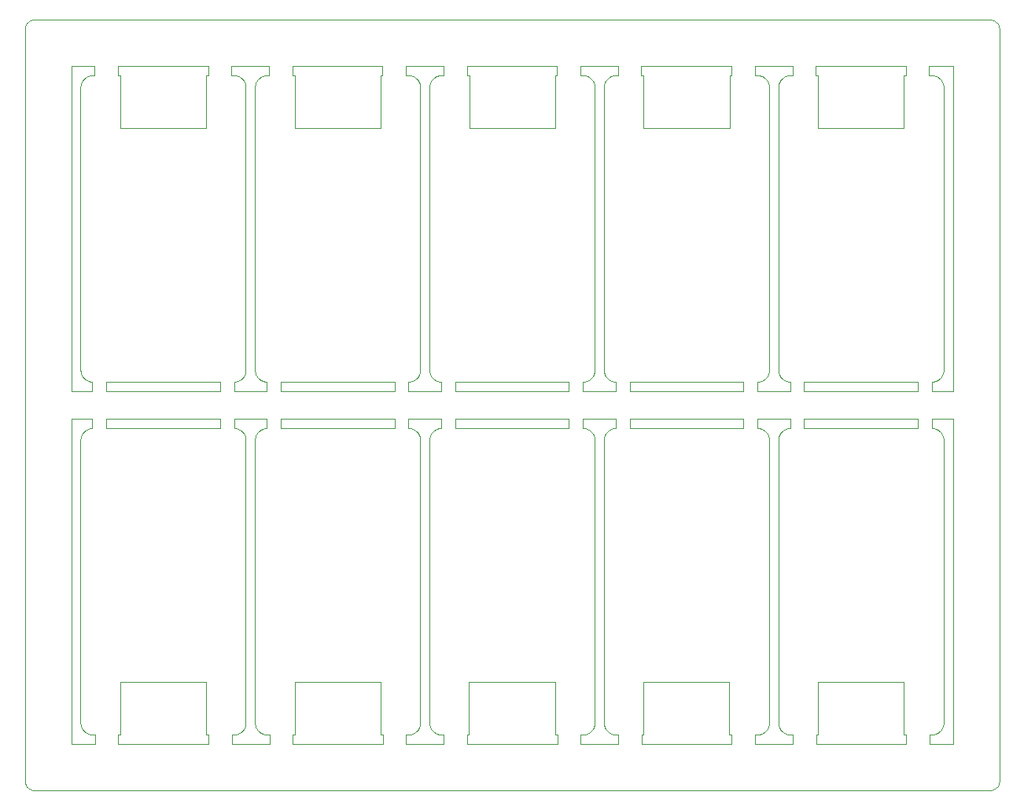
<source format=gm1>
G04 #@! TF.GenerationSoftware,KiCad,Pcbnew,7.0.0-da2b9df05c~165~ubuntu22.04.1*
G04 #@! TF.CreationDate,2023-06-03T20:46:25+00:00*
G04 #@! TF.ProjectId,helios-panel,68656c69-6f73-42d7-9061-6e656c2e6b69,rev1.0*
G04 #@! TF.SameCoordinates,Original*
G04 #@! TF.FileFunction,Profile,NP*
%FSLAX46Y46*%
G04 Gerber Fmt 4.6, Leading zero omitted, Abs format (unit mm)*
G04 Created by KiCad (PCBNEW 7.0.0-da2b9df05c~165~ubuntu22.04.1) date 2023-06-03 20:46:25*
%MOMM*%
%LPD*%
G01*
G04 APERTURE LIST*
G04 #@! TA.AperFunction,Profile*
%ADD10C,0.100000*%
G04 #@! TD*
G04 APERTURE END LIST*
D10*
X104673010Y365607D02*
X104731469Y444430D01*
X62499579Y44673667D02*
X62532221Y44618216D01*
X25985675Y39018370D02*
X25921516Y39013485D01*
X7265000Y43020000D02*
X6000000Y43020000D01*
X98899999Y7270000D02*
X98900000Y37750000D01*
X81948922Y6079055D02*
X82009808Y6058244D01*
X6265714Y38527375D02*
X6227630Y38475511D01*
X62380542Y38068329D02*
X62365996Y38005650D01*
X66615000Y71380000D02*
X66615000Y77040000D01*
X23337243Y6306377D02*
X23384988Y6349513D01*
X81249788Y6710700D02*
X81279579Y6653667D01*
X82009808Y76981758D02*
X81948922Y76960946D01*
X98900000Y40020000D02*
X99900000Y40020000D01*
X23069300Y76910212D02*
X23010831Y76937077D01*
X60262313Y77025355D02*
X60198483Y77033485D01*
X62354645Y7077687D02*
X62365996Y7014351D01*
X6653666Y6159580D02*
X6710699Y6129789D01*
X43574645Y37942314D02*
X43566515Y37878484D01*
X42117243Y6306377D02*
X42164988Y6349513D01*
X25378215Y44212222D02*
X25433666Y44179580D01*
X23069300Y44149789D02*
X23126333Y44179580D01*
X6951671Y44060542D02*
X7014350Y44045997D01*
X42210487Y6395012D02*
X42253623Y6442757D01*
X44511671Y44060542D02*
X44574350Y44045997D01*
X25378215Y38827779D02*
X25324489Y38792370D01*
X6014645Y7077687D02*
X6025996Y7014351D01*
X98189300Y76910212D02*
X98130831Y76937077D01*
X79042313Y44034646D02*
X79105649Y44045997D01*
X6349512Y44415012D02*
X6395011Y44369513D01*
X62419054Y6828923D02*
X62442923Y6769169D01*
X23552369Y6544490D02*
X23587778Y6598216D01*
X80094003Y7014351D02*
X80105354Y7077687D01*
X60075000Y40020000D02*
X61840000Y40020000D01*
X47825000Y6000000D02*
X47825000Y11660000D01*
X62341630Y37814325D02*
X62340000Y37750000D01*
X24786515Y37878484D02*
X24781630Y37814325D01*
X42534003Y45034351D02*
X42545354Y45097687D01*
X98130831Y44122924D02*
X98189300Y44149789D01*
X61147778Y6598216D02*
X61180420Y6653667D01*
X41295000Y43020000D02*
X41295000Y44020127D01*
X44511671Y6040543D02*
X44574350Y6025997D01*
X118078Y82511397D02*
X76120Y82422684D01*
X62442923Y44789168D02*
X62469787Y44730700D01*
X25007630Y6544490D02*
X25045714Y6492626D01*
X62605714Y38527375D02*
X62567630Y38475511D01*
X44637686Y77025355D02*
X44637686Y77025355D01*
X81889167Y76937077D02*
X81830699Y76910213D01*
X6306377Y38577244D02*
X6265714Y38527375D01*
X6492625Y44285715D02*
X6544489Y44247631D01*
X79575510Y76812370D02*
X79521784Y76847779D01*
X63481516Y44026516D02*
X63545675Y44021630D01*
X82261516Y39013485D02*
X82197686Y39005355D01*
X44104489Y44247631D02*
X44158215Y44212222D01*
X8765000Y39020000D02*
X8765000Y40020000D01*
X98457243Y38713624D02*
X98407374Y38754286D01*
X42558370Y37814325D02*
X42553484Y37878484D01*
X6492625Y76774286D02*
X6442756Y76733624D01*
X42457076Y6769168D02*
X42480945Y6828923D01*
X22702313Y44034646D02*
X22765649Y44045997D01*
X98859457Y44971672D02*
X98874003Y45034351D01*
X6102923Y76270833D02*
X6079054Y76211078D01*
X44701516Y77033485D02*
X44637686Y77025355D01*
X60325649Y6025997D02*
X60388328Y6040542D01*
X60262313Y39005355D02*
X60198483Y39013485D01*
X80017076Y44789169D02*
X80040945Y44848923D01*
X79350832Y6102924D02*
X79409300Y6129788D01*
X60388328Y76999458D02*
X60325649Y77014004D01*
X61180420Y38366334D02*
X61147778Y38421785D01*
X79575510Y44247631D02*
X79627374Y44285715D01*
X25222756Y38713623D02*
X25175012Y38670487D01*
X98010191Y76981757D02*
X97948328Y76999458D01*
X41849300Y6129788D02*
X41906333Y6159580D01*
X60795510Y6227631D02*
X60847374Y6265715D01*
X44002756Y76733624D02*
X43955011Y76690488D01*
X81120000Y45290000D02*
X81121629Y45225676D01*
X168530Y444430D02*
X226989Y365607D01*
X44158215Y76847779D02*
X44104489Y76812370D01*
X23235510Y38792370D02*
X23181784Y38827779D01*
X79892369Y44564490D02*
X79927778Y44618216D01*
X79627374Y38754286D02*
X79575510Y38792370D01*
X6001629Y75834325D02*
X6000000Y75770000D01*
X63109168Y38917077D02*
X63050699Y38890212D01*
X98820945Y76211078D02*
X98797076Y76270832D01*
X79927778Y6598216D02*
X79960420Y6653667D01*
X61210212Y38309301D02*
X61180420Y38366334D01*
X104371396Y118079D02*
X104455570Y168531D01*
X97758483Y6006516D02*
X97822313Y6014646D01*
X98874003Y76025650D02*
X98859457Y76088329D01*
X23337243Y76733623D02*
X23287374Y76774286D01*
X104823879Y82422684D02*
X104781921Y82511397D01*
X5000000Y78040000D02*
X7515000Y78040000D01*
X42332369Y76495511D02*
X42294285Y76547375D01*
X6079054Y38191078D02*
X6058243Y38130192D01*
X85135000Y78040000D02*
X94845000Y78040000D01*
X60325649Y44045997D02*
X60388328Y44060543D01*
X42253623Y6442757D02*
X42294285Y6492626D01*
X79677243Y6306377D02*
X79724988Y6349513D01*
X79042313Y77025355D02*
X78978483Y77033485D01*
X43689787Y44730700D02*
X43719579Y44673667D01*
X41005000Y77040000D02*
X41005000Y78040000D01*
X63895000Y5000000D02*
X59825000Y5000000D01*
X43585996Y38005650D02*
X43574645Y37942314D01*
X98010191Y44078244D02*
X98071077Y44099055D01*
X47615000Y6000000D02*
X47825000Y6000000D01*
X79770486Y76644988D02*
X79724987Y76690487D01*
X61314003Y45034351D02*
X61325354Y45097687D01*
X63354350Y38994004D02*
X63291671Y38979458D01*
X96135000Y43020000D02*
X83885000Y43020000D01*
X61325354Y45097687D02*
X61333484Y45161517D01*
X82197686Y39005355D02*
X82134350Y38994004D01*
X81178243Y38130192D02*
X81160542Y38068329D01*
X63229808Y6058244D02*
X63291671Y6040543D01*
X47835000Y77040000D02*
X47835000Y77040000D01*
X98355510Y76812370D02*
X98301784Y76847779D01*
X80120000Y75770000D02*
X80118369Y75834325D01*
X365606Y226990D02*
X444429Y168531D01*
X23739458Y6951672D02*
X23754003Y7014351D01*
X7141516Y39013485D02*
X7077686Y39005355D01*
X98504988Y6349513D02*
X98550487Y6395012D01*
X6129788Y38309301D02*
X6102923Y38250832D01*
X6828922Y44099055D02*
X6889808Y44078243D01*
X81773666Y38860421D02*
X81718215Y38827779D01*
X25007630Y38475511D02*
X24972221Y38421785D01*
X24786515Y7141517D02*
X24794645Y7077687D01*
X97345000Y77040000D02*
X97345000Y78040000D01*
X23721756Y76150192D02*
X23700945Y76211078D01*
X97948328Y38979459D02*
X97885649Y38994004D01*
X96135000Y44020001D02*
X96135000Y43020000D01*
X80017076Y76270832D02*
X79990211Y76329301D01*
X98820945Y6828923D02*
X98841757Y6889809D01*
X25045714Y6492626D02*
X25086377Y6442757D01*
X62832625Y76774286D02*
X62782756Y76733624D01*
X25549167Y76937077D02*
X25490699Y76910213D01*
X60741784Y38827779D02*
X60686333Y38860421D01*
X66355000Y77040000D02*
X66355000Y78040000D01*
X104607106Y292894D02*
X104673010Y365607D01*
X60897243Y76733623D02*
X60847374Y76774286D01*
X98071077Y6079055D02*
X98130832Y6102924D01*
X23235510Y6227631D02*
X23287374Y6265715D01*
X25794350Y77014004D02*
X25731671Y76999459D01*
X25324489Y44247631D02*
X25378215Y44212222D01*
X7205675Y6001631D02*
X7270000Y6000000D01*
X63109167Y76937077D02*
X63050699Y76910213D01*
X60795510Y44247631D02*
X60847374Y44285715D01*
X81562756Y76733624D02*
X81515011Y76690488D01*
X63168922Y76960946D02*
X63109167Y76937077D01*
X98634285Y38527375D02*
X98593623Y38577244D01*
X27545000Y43020000D02*
X27545000Y44020001D01*
X25669808Y38961757D02*
X25608922Y38940946D01*
X42534003Y7014351D02*
X42545354Y7077687D01*
X79105649Y6025997D02*
X79168328Y6040542D01*
X63050699Y6129789D02*
X63109168Y6102924D01*
X80105354Y7077687D02*
X80113484Y7141517D01*
X98740420Y38366334D02*
X98707778Y38421785D01*
X62646376Y76597244D02*
X62605714Y76547375D01*
X47835000Y71380000D02*
X47835000Y77040000D01*
X25433666Y38860421D02*
X25378215Y38827779D01*
X61339999Y7270000D02*
X61340000Y37750000D01*
X62341629Y45225676D02*
X62346515Y45161517D01*
X81199054Y76211078D02*
X81178242Y76150192D01*
X6000000Y7270000D02*
X6001630Y7205676D01*
X23778370Y37814325D02*
X23773484Y37878484D01*
X10055000Y5000000D02*
X10055000Y6000000D01*
X42400420Y76386334D02*
X42367778Y76441785D01*
X42367778Y38421785D02*
X42332369Y38475511D01*
X60686333Y44179580D02*
X60741784Y44212222D01*
X62689512Y44415012D02*
X62735011Y44369513D01*
X43866376Y76597244D02*
X43825714Y76547375D01*
X98550486Y76644988D02*
X98504987Y76690487D01*
X61314003Y38005650D02*
X61299458Y38068329D01*
X41849300Y44149789D02*
X41906333Y44179580D01*
X79409300Y44149789D02*
X79466333Y44179580D01*
X226989Y365607D02*
X292893Y292894D01*
X63354350Y44045997D02*
X63417686Y44034646D01*
X7077686Y77025355D02*
X7077686Y77025355D01*
X62605714Y76547375D02*
X62567630Y76495511D01*
X61074285Y6492626D02*
X61112369Y6544490D01*
X79291077Y6079055D02*
X79350832Y6102924D01*
X81312221Y38421785D02*
X81279579Y38366334D01*
X42400420Y38366334D02*
X42367778Y38421785D01*
X25433666Y6159580D02*
X25490699Y6129789D01*
X23430486Y44415013D02*
X23473622Y44462757D01*
X44701516Y39013485D02*
X44637686Y39005355D01*
X43909513Y6395013D02*
X43955012Y6349514D01*
X61325354Y7077687D02*
X61333484Y7141517D01*
X60570831Y44122924D02*
X60629300Y44149789D01*
X62532221Y38421785D02*
X62499579Y38366334D01*
X98859457Y76088329D02*
X98841756Y76150192D01*
X43909512Y76644989D02*
X43866376Y76597244D01*
X62782756Y76733624D02*
X62735011Y76690488D01*
X96135000Y39020000D02*
X83885000Y39020000D01*
X43566515Y7141517D02*
X43574645Y7077687D01*
X58575000Y44020001D02*
X58575000Y44020001D01*
X80079458Y38068329D02*
X80061757Y38130192D01*
X19505000Y6000000D02*
X19765000Y6000000D01*
X98859458Y6951672D02*
X98874003Y7014351D01*
X81426377Y38577244D02*
X81385714Y38527375D01*
X43825714Y38527375D02*
X43787630Y38475511D01*
X61112369Y76495511D02*
X61074285Y76547375D01*
X63610000Y6000000D02*
X63895000Y6000000D01*
X41482313Y39005355D02*
X41418483Y39013485D01*
X104095090Y83020786D02*
X103998017Y83035185D01*
X98874003Y7014351D02*
X98885354Y7077687D01*
X60847374Y44285715D02*
X60897243Y44326378D01*
X25129512Y76644989D02*
X25086376Y76597244D01*
X6442756Y6306378D02*
X6492625Y6265715D01*
X103998017Y83035185D02*
X103900000Y83040000D01*
X99900000Y5000000D02*
X97385000Y5000000D01*
X44765675Y39018370D02*
X44701516Y39013485D01*
X25608922Y38940946D02*
X25549168Y38917077D01*
X45075000Y78040000D02*
X45075000Y77040000D01*
X97635000Y43020000D02*
X97635000Y44020127D01*
X44213666Y6159580D02*
X44270699Y6129789D01*
X62735011Y76690488D02*
X62689512Y76644989D01*
X22515000Y39019874D02*
X22515000Y40020000D01*
X79927778Y76441785D02*
X79892369Y76495511D01*
X78605000Y5000000D02*
X78605000Y6000000D01*
X81312221Y6598216D02*
X81347630Y6544490D01*
X62469787Y76329301D02*
X62442923Y76270833D01*
X80118369Y45225676D02*
X80120000Y45290000D01*
X6000000Y40020000D02*
X7265000Y40020000D01*
X42210486Y44415013D02*
X42253622Y44462757D01*
X24838242Y76150192D02*
X24820541Y76088329D01*
X44701516Y44026516D02*
X44765675Y44021630D01*
X98593622Y76597244D02*
X98550486Y76644988D01*
X41906333Y76880421D02*
X41849300Y76910212D01*
X97385000Y5000000D02*
X97385000Y6000000D01*
X8765000Y43020000D02*
X8765000Y44020001D01*
X60262313Y6014646D02*
X60325649Y6025997D01*
X25086377Y6442757D02*
X25129513Y6395013D01*
X23587778Y44618216D02*
X23620420Y44673667D01*
X42067374Y76774286D02*
X42015510Y76812370D01*
X22638483Y44026516D02*
X22702313Y44034646D01*
X60511077Y6079055D02*
X60570832Y6102924D01*
X85135000Y77040000D02*
X85135000Y78040000D01*
X81612625Y38754286D02*
X81562756Y38713623D01*
X47575000Y78040000D02*
X57285000Y78040000D01*
X62380541Y76088329D02*
X62365996Y76025650D01*
X78605000Y6000000D02*
X78850000Y6000000D01*
X62689512Y76644989D02*
X62646376Y76597244D01*
X94635000Y71380000D02*
X85395000Y71380000D01*
X104190284Y82996941D02*
X104095090Y83020786D01*
X98770212Y38309301D02*
X98740420Y38366334D01*
X226989Y82674394D02*
X168530Y82595571D01*
X62993666Y44179580D02*
X63050699Y44149788D01*
X7077686Y39005355D02*
X7014350Y38994004D01*
X81120000Y37750000D02*
X81120000Y7270000D01*
X97885649Y6025997D02*
X97948328Y6040542D01*
X61299458Y6951672D02*
X61314003Y7014351D01*
X41295000Y40020000D02*
X43060000Y40020000D01*
X60198483Y39013485D02*
X60134324Y39018371D01*
X41961784Y38827779D02*
X41906333Y38860421D01*
X81830699Y6129789D02*
X81889168Y6102924D01*
X42253623Y38577244D02*
X42210487Y38624989D01*
X22515000Y43020000D02*
X22515000Y44020127D01*
X61180420Y44673667D02*
X61210211Y44730700D01*
X98898370Y37814325D02*
X98893484Y37878484D01*
X6951671Y76999459D02*
X6889808Y76981758D01*
X42164987Y76690487D02*
X42117243Y76733623D01*
X81515011Y76690488D02*
X81469512Y76644989D01*
X62567630Y38475511D02*
X62532221Y38421785D01*
X81664489Y44247631D02*
X81718215Y44212222D01*
X60990486Y76644988D02*
X60944987Y76690487D01*
X98740420Y44673667D02*
X98770211Y44730700D01*
X60325649Y77014004D02*
X60262313Y77025355D01*
X38285000Y6000000D02*
X38545000Y6000000D01*
X25921516Y77033485D02*
X25857686Y77025355D01*
X43585996Y76025650D02*
X43574645Y75962314D01*
X81426377Y6442757D02*
X81469513Y6395013D01*
X0Y82040000D02*
X0Y1000000D01*
X25731671Y38979458D02*
X25669808Y38961757D01*
X22574324Y39018371D02*
X22515000Y39019874D01*
X24820542Y6951672D02*
X24838243Y6889809D01*
X104534393Y226990D02*
X104607106Y292894D01*
X81773666Y6159580D02*
X81830699Y6129789D01*
X41354324Y6001630D02*
X41418483Y6006516D01*
X81469513Y38624988D02*
X81426377Y38577244D01*
X23754003Y45034351D02*
X23765354Y45097687D01*
X79521784Y76847779D02*
X79466333Y76880421D01*
X44329168Y6102924D02*
X44388922Y6079055D01*
X80094003Y38005650D02*
X80079458Y38068329D01*
X42501757Y6889809D02*
X42519458Y6951672D01*
X42294285Y44512626D02*
X42332369Y44564490D01*
X60075000Y43020000D02*
X60075000Y44020127D01*
X25222756Y76733624D02*
X25175011Y76690488D01*
X43560000Y75770000D02*
X43560000Y45290000D01*
X42294285Y6492626D02*
X42332369Y6544490D01*
X7205675Y44021630D02*
X7265000Y44020127D01*
X81145996Y38005650D02*
X81134645Y37942314D01*
X63168922Y44099055D02*
X63229808Y44078243D01*
X41005000Y78040000D02*
X45075000Y78040000D01*
X44388922Y6079055D02*
X44449808Y6058244D01*
X75855000Y77040000D02*
X75855000Y71380000D01*
X22638483Y39013485D02*
X22574324Y39018371D01*
X26335000Y5000000D02*
X22265000Y5000000D01*
X79350831Y44122924D02*
X79409300Y44149789D01*
X61260945Y6828923D02*
X61281757Y6889809D01*
X60262313Y44034646D02*
X60325649Y44045997D01*
X61338369Y75834325D02*
X61333484Y75898484D01*
X61180420Y76386334D02*
X61147778Y76441785D01*
X43574645Y45097687D02*
X43585996Y45034351D01*
X6001630Y7205676D02*
X6006515Y7141517D01*
X23552369Y76495511D02*
X23514285Y76547375D01*
X98355510Y6227631D02*
X98407374Y6265715D01*
X63605000Y43020000D02*
X61840000Y43020000D01*
X24805996Y7014351D02*
X24820542Y6951672D01*
X23587778Y76441785D02*
X23552369Y76495511D01*
X62884489Y6227631D02*
X62938215Y6192222D01*
X6014645Y75962314D02*
X6006515Y75898484D01*
X79677243Y44326378D02*
X79724987Y44369514D01*
X81889168Y6102924D02*
X81948922Y6079055D01*
X22574324Y44021631D02*
X22638483Y44026516D01*
X63605000Y39019874D02*
X63545675Y39018370D01*
X41731077Y44099055D02*
X41790831Y44122924D01*
X43600542Y38068329D02*
X43585996Y38005650D01*
X81121629Y45225676D02*
X81126515Y45161517D01*
X6544489Y44247631D02*
X6598215Y44212222D01*
X19505000Y6000000D02*
X19505000Y6000000D01*
X61237076Y76270832D02*
X61210211Y76329301D01*
X24939579Y76386334D02*
X24909787Y76329301D01*
X24972221Y76441785D02*
X24939579Y76386334D01*
X42253622Y44462757D02*
X42294285Y44512626D01*
X81222923Y6769169D02*
X81249788Y6710700D01*
X63545675Y39018370D02*
X63481516Y39013485D01*
X24972221Y44618216D02*
X25007630Y44564490D01*
X98898369Y75834325D02*
X98893484Y75898484D01*
X24909788Y38309301D02*
X24882923Y38250832D01*
X42501757Y38130192D02*
X42480945Y38191078D01*
X41670191Y38961758D02*
X41608328Y38979459D01*
X25129513Y38624988D02*
X25086377Y38577244D01*
X25175012Y38670487D02*
X25129513Y38624988D01*
X79466333Y76880421D02*
X79409300Y76910212D01*
X6598215Y76847779D02*
X6544489Y76812370D01*
X23754003Y38005650D02*
X23739458Y38068329D01*
X23430486Y76644988D02*
X23384987Y76690487D01*
X60134324Y6001630D02*
X60198483Y6006516D01*
X25669808Y44078243D02*
X25731671Y44060542D01*
X6349513Y6395013D02*
X6395012Y6349514D01*
X81222923Y76270833D02*
X81199054Y76211078D01*
X42560000Y37750000D02*
X42558370Y37814325D01*
X26295000Y77040000D02*
X26050000Y77040000D01*
X7014350Y38994004D02*
X6951671Y38979458D01*
X24794645Y75962314D02*
X24786515Y75898484D01*
X98797076Y76270832D02*
X98770211Y76329301D01*
X78850000Y6000000D02*
X78914324Y6001630D01*
X75845000Y6000000D02*
X76105000Y6000000D01*
X42558369Y75834325D02*
X42553484Y75898484D01*
X42015510Y44247631D02*
X42067374Y44285715D01*
X79105649Y38994004D02*
X79042313Y39005355D01*
X43662923Y44789168D02*
X43689787Y44730700D01*
X41790831Y76937077D02*
X41731077Y76960946D01*
X81279579Y76386334D02*
X81249787Y76329301D01*
X47835000Y77040000D02*
X47575000Y77040000D01*
X60686333Y38860421D02*
X60629300Y38890213D01*
X98797076Y38250833D02*
X98770212Y38309301D01*
X82385000Y40020000D02*
X82385000Y39019874D01*
X44388922Y76960946D02*
X44329167Y76937077D01*
X41731077Y76960946D02*
X41670191Y76981757D01*
X25794350Y38994004D02*
X25731671Y38979458D01*
X7014350Y6025997D02*
X7077686Y6014646D01*
X60325649Y38994004D02*
X60262313Y39005355D01*
X82009808Y6058244D02*
X82071671Y6040543D01*
X6006515Y37878484D02*
X6001630Y37814325D01*
X25129513Y6395013D02*
X25175012Y6349514D01*
X98820945Y38191078D02*
X98797076Y38250833D01*
X23337243Y44326378D02*
X23384987Y44369514D01*
X6040541Y76088329D02*
X6025996Y76025650D01*
X25324489Y76812370D02*
X25272625Y76774286D01*
X44637686Y6014646D02*
X44701516Y6006516D01*
X43909512Y44415012D02*
X43955011Y44369513D01*
X96135000Y44020001D02*
X96135000Y44020001D01*
X98707778Y38421785D02*
X98672369Y38475511D01*
X7270000Y77040000D02*
X7205675Y77038371D01*
X66605000Y11660000D02*
X75845000Y11660000D01*
X47615000Y5000000D02*
X47615000Y6000000D01*
X7141516Y6006516D02*
X7205675Y6001631D01*
X7265000Y40020000D02*
X7265000Y39019874D01*
X42253622Y76597244D02*
X42210486Y76644988D01*
X22702313Y6014646D02*
X22765649Y6025997D01*
X1000000Y83040000D02*
X901982Y83035185D01*
X81830699Y76910213D02*
X81773666Y76880421D01*
X98900000Y45290000D02*
X98900000Y75770000D01*
X7555000Y5000000D02*
X5000000Y5000000D01*
X79575510Y6227631D02*
X79627374Y6265715D01*
X19515000Y71380000D02*
X10275000Y71380000D01*
X61299457Y76088329D02*
X61281756Y76150192D01*
X38295000Y77040000D02*
X38295000Y71380000D01*
X6129788Y6710700D02*
X6159579Y6653667D01*
X25985675Y77038371D02*
X25921516Y77033485D01*
X62380542Y6951672D02*
X62398243Y6889809D01*
X61333484Y45161517D02*
X61338369Y45225676D01*
X81830699Y44149788D02*
X81889167Y44122924D01*
X98634285Y6492626D02*
X98672369Y6544490D01*
X60070000Y6000000D02*
X60134324Y6001630D01*
X41045000Y5000000D02*
X41045000Y6000000D01*
X60570832Y38917077D02*
X60511077Y38940946D01*
X79105649Y77014004D02*
X79042313Y77025355D01*
X43566515Y37878484D02*
X43561630Y37814325D01*
X7077686Y77025355D02*
X7014350Y77014004D01*
X23514285Y6492626D02*
X23552369Y6544490D01*
X42430211Y76329301D02*
X42400420Y76386334D01*
X83885000Y40020000D02*
X96135000Y40020000D01*
X81199054Y6828923D02*
X81222923Y6769169D01*
X25490699Y76910213D02*
X25433666Y76880421D01*
X98770211Y44730700D02*
X98797076Y44789169D01*
X42480945Y6828923D02*
X42501757Y6889809D01*
X79724988Y38670488D02*
X79677243Y38713624D01*
X25175012Y6349514D02*
X25222756Y6306378D01*
X60847374Y38754286D02*
X60795510Y38792370D01*
X79521784Y6192222D02*
X79575510Y6227631D01*
X81718215Y6192222D02*
X81773666Y6159580D01*
X26045000Y44020127D02*
X26045000Y43020000D01*
X41790831Y44122924D02*
X41849300Y44149789D01*
X60847374Y76774286D02*
X60795510Y76812370D01*
X25731671Y6040543D02*
X25794350Y6025997D01*
X7515000Y77040000D02*
X7270000Y77040000D01*
X24882923Y44789168D02*
X24909787Y44730700D01*
X60262313Y6014646D02*
X60262313Y6014646D01*
X61074285Y38527375D02*
X61033623Y38577244D01*
X24939579Y44673667D02*
X24972221Y44618216D01*
X103900000Y83040000D02*
X1000000Y83040000D01*
X98893484Y37878484D02*
X98885354Y37942314D01*
X6889808Y6058244D02*
X6951671Y6040543D01*
X78855000Y44020127D02*
X78914324Y44021631D01*
X104673010Y82674394D02*
X104607106Y82747107D01*
X42519458Y6951672D02*
X42534003Y7014351D01*
X24859054Y44848923D02*
X24882923Y44789168D01*
X79813623Y6442757D02*
X79854285Y6492626D01*
X80119999Y7270000D02*
X80120000Y37750000D01*
X528603Y118079D02*
X617316Y76121D01*
X44002756Y6306378D02*
X44052625Y6265715D01*
X42210487Y38624989D02*
X42164988Y38670488D01*
X25272625Y6265715D02*
X25324489Y6227631D01*
X19505000Y11660000D02*
X19505000Y6000000D01*
X60944987Y76690487D02*
X60897243Y76733623D01*
X6951671Y6040543D02*
X7014350Y6025997D01*
X44329168Y38917077D02*
X44270699Y38890212D01*
X62365996Y7014351D02*
X62380542Y6951672D01*
X63354350Y6025997D02*
X63417686Y6014646D01*
X97758483Y77033485D02*
X97694324Y77038370D01*
X25433666Y44179580D02*
X25490699Y44149788D01*
X24909787Y76329301D02*
X24882923Y76270833D01*
X63229808Y44078243D02*
X63291671Y44060542D01*
X79927778Y44618216D02*
X79960420Y44673667D01*
X23126333Y76880421D02*
X23069300Y76910212D01*
X6000000Y43020000D02*
X5000000Y43020000D01*
X43787630Y44564490D02*
X43825714Y44512626D01*
X45115000Y5000000D02*
X41045000Y5000000D01*
X82009808Y44078243D02*
X82071671Y44060542D01*
X6769168Y38917077D02*
X6710699Y38890212D01*
X46325000Y43020000D02*
X46325000Y44020001D01*
X81347630Y38475511D02*
X81312221Y38421785D01*
X60070000Y77040000D02*
X59785000Y77040000D01*
X97948328Y44060543D02*
X98010191Y44078244D01*
X98301784Y44212222D02*
X98355510Y44247631D01*
X63895000Y6000000D02*
X63895000Y5000000D01*
X44449808Y6058244D02*
X44511671Y6040543D01*
X44158215Y6192222D02*
X44213666Y6159580D01*
X81562756Y6306378D02*
X81612625Y6265715D01*
X61260945Y44848923D02*
X61281756Y44909809D01*
X43689787Y76329301D02*
X43662923Y76270833D01*
X41731077Y6079055D02*
X41790832Y6102924D01*
X23778369Y45225676D02*
X23780000Y45290000D01*
X79677243Y38713624D02*
X79627374Y38754286D01*
X104880785Y82235091D02*
X104880785Y82235091D01*
X78914324Y77038370D02*
X78850000Y77040000D01*
X23384987Y44369514D02*
X23430486Y44415013D01*
X98770212Y6710700D02*
X98797076Y6769168D01*
X41290000Y6000000D02*
X41354324Y6001630D01*
X81830699Y38890212D02*
X81773666Y38860421D01*
X76065000Y78040000D02*
X76065000Y77040000D01*
X43787630Y6544490D02*
X43825714Y6492626D01*
X77355000Y44020001D02*
X77355000Y44020001D01*
X38295000Y71380000D02*
X29055000Y71380000D01*
X43600541Y44971672D02*
X43618242Y44909809D01*
X62567630Y6544490D02*
X62605714Y6492626D01*
X23287374Y76774286D02*
X23235510Y76812370D01*
X60450191Y6058243D02*
X60511077Y6079055D01*
X24882923Y38250832D02*
X24859054Y38191078D01*
X24882923Y76270833D02*
X24859054Y76211078D01*
X61333484Y37878484D02*
X61325354Y37942314D01*
X43787630Y76495511D02*
X43752221Y76441785D01*
X24859054Y6828923D02*
X24882923Y6769169D01*
X44825000Y39019874D02*
X44765675Y39018370D01*
X82134350Y38994004D02*
X82071671Y38979458D01*
X80061756Y44909809D02*
X80079457Y44971672D01*
X104880785Y804910D02*
X104895184Y901983D01*
X23739457Y76088329D02*
X23721756Y76150192D01*
X25857686Y77025355D02*
X25857686Y77025355D01*
X98893484Y75898484D02*
X98885354Y75962314D01*
X41961784Y6192222D02*
X42015510Y6227631D01*
X42332369Y44564490D02*
X42367778Y44618216D01*
X79770486Y44415013D02*
X79813622Y44462757D01*
X42457076Y44789169D02*
X42480945Y44848923D01*
X98130832Y38917077D02*
X98071077Y38940946D01*
X98246333Y44179580D02*
X98301784Y44212222D01*
X85175000Y6000000D02*
X85385000Y6000000D01*
X80040945Y38191078D02*
X80017076Y38250833D01*
X81347630Y44564490D02*
X81385714Y44512626D01*
X80094003Y45034351D02*
X80105354Y45097687D01*
X7265000Y44020127D02*
X7265000Y43020000D01*
X62354645Y75962314D02*
X62346515Y75898484D01*
X25045714Y76547375D02*
X25007630Y76495511D01*
X7270000Y6000000D02*
X7555000Y6000000D01*
X43600541Y76088329D02*
X43585996Y76025650D01*
X61340000Y45290000D02*
X61340000Y75770000D01*
X6598215Y38827779D02*
X6544489Y38792370D01*
X6598215Y44212222D02*
X6653666Y44179580D01*
X63417686Y77025355D02*
X63417686Y77025355D01*
X79521784Y38827779D02*
X79466333Y38860421D01*
X62499579Y76386334D02*
X62469787Y76329301D01*
X6192221Y6598216D02*
X6227630Y6544490D01*
X6006515Y45161517D02*
X6014645Y45097687D01*
X63605000Y40020000D02*
X63605000Y39019874D01*
X94625000Y6000000D02*
X94625000Y6000000D01*
X104371396Y82921922D02*
X104282683Y82963880D01*
X6492625Y6265715D02*
X6544489Y6227631D01*
X62398243Y6889809D02*
X62419054Y6828923D01*
X24780000Y7270000D02*
X24781630Y7205676D01*
X79521784Y44212222D02*
X79575510Y44247631D01*
X42534003Y76025650D02*
X42519457Y76088329D01*
X42015510Y6227631D02*
X42067374Y6265715D01*
X77355000Y44020001D02*
X77355000Y43020000D01*
X43752221Y6598216D02*
X43787630Y6544490D01*
X61281756Y44909809D02*
X61299457Y44971672D01*
X23765354Y37942314D02*
X23754003Y38005650D01*
X81718215Y44212222D02*
X81773666Y44179580D01*
X98407374Y76774286D02*
X98355510Y76812370D01*
X103900000Y0D02*
X103998017Y4816D01*
X43059Y709716D02*
X76120Y617317D01*
X80113484Y37878484D02*
X80105354Y37942314D01*
X81469513Y6395013D02*
X81515012Y6349514D01*
X82197686Y6014646D02*
X82261516Y6006516D01*
X22828328Y38979459D02*
X22765649Y38994004D01*
X81145996Y7014351D02*
X81160542Y6951672D01*
X81160542Y6951672D02*
X81178243Y6889809D01*
X78978483Y77033485D02*
X78914324Y77038370D01*
X23620420Y38366334D02*
X23587778Y38421785D01*
X98301784Y6192222D02*
X98355510Y6227631D01*
X104900000Y82040000D02*
X104895184Y82138018D01*
X21015000Y44020001D02*
X21015000Y44020001D01*
X80079458Y6951672D02*
X80094003Y7014351D01*
X24280000Y40020000D02*
X26045000Y40020000D01*
X6349513Y38624988D02*
X6306377Y38577244D01*
X25222756Y44326377D02*
X25272625Y44285715D01*
X78855000Y43020000D02*
X78855000Y44020127D01*
X7141516Y77033485D02*
X7077686Y77025355D01*
X23620420Y44673667D02*
X23650211Y44730700D01*
X41790832Y6102924D02*
X41849300Y6129788D01*
X82134350Y77014004D02*
X82071671Y76999459D01*
X24805996Y45034351D02*
X24820541Y44971672D01*
X42164988Y6349513D02*
X42210487Y6395012D01*
X98130832Y6102924D02*
X98189300Y6129788D01*
X41906333Y38860421D02*
X41849300Y38890213D01*
X60450191Y38961758D02*
X60388328Y38979459D01*
X24939579Y6653667D02*
X24972221Y6598216D01*
X6000000Y45290000D02*
X6001629Y45225676D01*
X42560000Y45290000D02*
X42560000Y75770000D01*
X62365996Y45034351D02*
X62380541Y44971672D01*
X6079054Y76211078D02*
X6058242Y76150192D01*
X79960420Y44673667D02*
X79990211Y44730700D01*
X62938215Y76847779D02*
X62884489Y76812370D01*
X82675000Y5000000D02*
X78605000Y5000000D01*
X104731469Y444430D02*
X104781921Y528604D01*
X61237076Y44789169D02*
X61260945Y44848923D01*
X98071077Y38940946D02*
X98010191Y38961758D01*
X25731671Y76999459D02*
X25669808Y76981758D01*
X79230191Y44078244D02*
X79291077Y44099055D01*
X25921516Y44026516D02*
X25985675Y44021630D01*
X6889808Y76981758D02*
X6828922Y76960946D01*
X23337243Y38713624D02*
X23287374Y38754286D01*
X41906333Y44179580D02*
X41961784Y44212222D01*
X42367778Y76441785D02*
X42332369Y76495511D01*
X25608922Y6079055D02*
X25669808Y6058244D01*
X62354645Y37942314D02*
X62346515Y37878484D01*
X79770487Y38624989D02*
X79724988Y38670488D01*
X60990487Y38624989D02*
X60944988Y38670488D01*
X79230191Y38961758D02*
X79168328Y38979459D01*
X79042313Y39005355D02*
X78978483Y39013485D01*
X6102923Y38250832D02*
X6079054Y38191078D01*
X61314003Y7014351D02*
X61325354Y7077687D01*
X42560000Y75770000D02*
X42558369Y75834325D01*
X82261516Y77033485D02*
X82197686Y77025355D01*
X98407374Y38754286D02*
X98355510Y38792370D01*
X42519457Y76088329D02*
X42501756Y76150192D01*
X81889167Y44122924D02*
X81948922Y44099055D01*
X60388328Y44060543D02*
X60450191Y44078244D01*
X82635000Y78040000D02*
X82635000Y77040000D01*
X82009808Y38961757D02*
X81948922Y38940946D01*
X23677076Y44789169D02*
X23700945Y44848923D01*
X62605714Y6492626D02*
X62646377Y6442757D01*
X25175011Y76690488D02*
X25129512Y76644989D01*
X63481516Y39013485D02*
X63417686Y39005355D01*
X6769167Y44122924D02*
X6828922Y44099055D01*
X22890191Y38961758D02*
X22828328Y38979459D01*
X79466333Y6159580D02*
X79521784Y6192222D01*
X81249787Y44730700D02*
X81279579Y44673667D01*
X44104489Y76812370D02*
X44052625Y76774286D01*
X82675000Y6000000D02*
X82675000Y5000000D01*
X21015000Y40020000D02*
X21015000Y39020000D01*
X60511077Y38940946D02*
X60450191Y38961758D01*
X81178242Y76150192D02*
X81160541Y76088329D01*
X44825000Y44020127D02*
X44825000Y43020000D01*
X24838243Y38130192D02*
X24820542Y38068329D01*
X98130831Y76937077D02*
X98071077Y76960946D01*
X22702313Y6014646D02*
X22702313Y6014646D01*
X61338370Y7205676D02*
X61339999Y7270000D01*
X98246333Y76880421D02*
X98189300Y76910212D01*
X85175000Y5000000D02*
X85175000Y6000000D01*
X60990487Y6395012D02*
X61033623Y6442757D01*
X98740420Y6653667D02*
X98770212Y6710700D01*
X60741784Y76847779D02*
X60686333Y76880421D01*
X23620420Y6653667D02*
X23650212Y6710700D01*
X42480945Y44848923D02*
X42501756Y44909809D01*
X804909Y19215D02*
X901982Y4816D01*
X23514285Y76547375D02*
X23473622Y76597244D01*
X63050699Y38890212D02*
X62993666Y38860421D01*
X62346515Y7141517D02*
X62354645Y7077687D01*
X22265000Y6000000D02*
X22510000Y6000000D01*
X81469512Y76644989D02*
X81426376Y76597244D01*
X24909787Y44730700D02*
X24939579Y44673667D01*
X6951671Y38979458D02*
X6889808Y38961757D01*
X58575000Y39020000D02*
X46325000Y39020000D01*
X98407374Y6265715D02*
X98457243Y6306377D01*
X61237076Y38250833D02*
X61210212Y38309301D01*
X444429Y82871470D02*
X365606Y82813011D01*
X23181784Y44212222D02*
X23235510Y44247631D01*
X25045714Y38527375D02*
X25007630Y38475511D01*
X75855000Y71380000D02*
X66615000Y71380000D01*
X42545354Y45097687D02*
X42553484Y45161517D01*
X41608328Y44060543D02*
X41670191Y44078244D01*
X25086377Y38577244D02*
X25045714Y38527375D01*
X23721757Y38130192D02*
X23700945Y38191078D01*
X42117243Y76733623D02*
X42067374Y76774286D01*
X62442923Y76270833D02*
X62419054Y76211078D01*
X22828328Y76999458D02*
X22765649Y77014004D01*
X62469788Y38309301D02*
X62442923Y38250832D01*
X43574645Y75962314D02*
X43566515Y75898484D01*
X44329167Y44122924D02*
X44388922Y44099055D01*
X94625000Y11660000D02*
X94625000Y6000000D01*
X6001629Y45225676D02*
X6006515Y45161517D01*
X44002756Y44326377D02*
X44052625Y44285715D01*
X6040541Y44971672D02*
X6058242Y44909809D01*
X26045000Y39019874D02*
X25985675Y39018370D01*
X57285000Y77040000D02*
X57075000Y77040000D01*
X43585996Y7014351D02*
X43600542Y6951672D01*
X81249787Y76329301D02*
X81222923Y76270833D01*
X23126333Y44179580D02*
X23181784Y44212222D01*
X24838243Y6889809D02*
X24859054Y6828923D01*
X62380541Y44971672D02*
X62398242Y44909809D01*
X23773484Y45161517D02*
X23778369Y45225676D01*
X43561629Y75834325D02*
X43560000Y75770000D01*
X46325000Y40020000D02*
X58575000Y40020000D01*
X5000000Y40020000D02*
X6000000Y40020000D01*
X78855000Y40020000D02*
X80620000Y40020000D01*
X6395011Y44369513D02*
X6442756Y44326377D01*
X60570832Y6102924D02*
X60629300Y6129788D01*
X98898369Y45225676D02*
X98900000Y45290000D01*
X6006515Y75898484D02*
X6001629Y75834325D01*
X81426376Y76597244D02*
X81385714Y76547375D01*
X98593623Y38577244D02*
X98550487Y38624989D01*
X80040945Y44848923D02*
X80061756Y44909809D01*
X61338370Y37814325D02*
X61333484Y37878484D01*
X44765675Y6001631D02*
X44830000Y6000000D01*
X82261516Y44026516D02*
X82325675Y44021630D01*
X82325675Y44021630D02*
X82385000Y44020127D01*
X42430212Y6710700D02*
X42457076Y6769168D01*
X42015510Y38792370D02*
X41961784Y38827779D01*
X81347630Y76495511D02*
X81312221Y76441785D01*
X62499579Y6653667D02*
X62532221Y6598216D01*
X61333484Y75898484D02*
X61325354Y75962314D01*
X98189300Y44149789D02*
X98246333Y44179580D01*
X25857686Y44034646D02*
X25921516Y44026516D01*
X44637686Y77025355D02*
X44574350Y77014004D01*
X22765649Y38994004D02*
X22702313Y39005355D01*
X62735011Y44369513D02*
X62782756Y44326377D01*
X44052625Y76774286D02*
X44002756Y76733624D01*
X22828328Y44060543D02*
X22890191Y44078244D01*
X46325000Y39020000D02*
X46325000Y40020000D01*
X79291077Y76960946D02*
X79230191Y76981757D01*
X25490699Y6129789D02*
X25549168Y6102924D01*
X25086376Y44462757D02*
X25129512Y44415012D01*
X41354324Y39018371D02*
X41295000Y39019874D01*
X63417686Y77025355D02*
X63354350Y77014004D01*
X62782756Y38713623D02*
X62735012Y38670487D01*
X10265000Y6000000D02*
X10265000Y11660000D01*
X25857686Y77025355D02*
X25794350Y77014004D01*
X85385000Y6000000D02*
X85385000Y11660000D01*
X98900000Y37750000D02*
X98898370Y37814325D01*
X25324489Y6227631D02*
X25378215Y6192222D01*
X41545649Y6025997D02*
X41608328Y6040542D01*
X44574350Y44045997D02*
X44637686Y44034646D01*
X78978483Y6006516D02*
X79042313Y6014646D01*
X27545000Y44020001D02*
X39795000Y44020001D01*
X25324489Y38792370D02*
X25272625Y38754286D01*
X42067374Y6265715D02*
X42117243Y6306377D01*
X79409300Y76910212D02*
X79350831Y76937077D01*
X81121630Y37814325D02*
X81120000Y37750000D01*
X81126515Y37878484D02*
X81121630Y37814325D01*
X26050000Y77040000D02*
X25985675Y77038371D01*
X97694324Y44021631D02*
X97758483Y44026516D01*
X19725000Y78040000D02*
X19725000Y77040000D01*
X41906333Y6159580D02*
X41961784Y6192222D01*
X42294285Y76547375D02*
X42253622Y76597244D01*
X98874003Y38005650D02*
X98859458Y38068329D01*
X6710699Y38890212D02*
X6653666Y38860421D01*
X23773484Y7141517D02*
X23778370Y7205676D01*
X23587778Y38421785D02*
X23552369Y38475511D01*
X41790832Y38917077D02*
X41731077Y38940946D01*
X98504987Y44369514D02*
X98550486Y44415013D01*
X22765649Y44045997D02*
X22828328Y44060543D01*
X10055000Y6000000D02*
X10265000Y6000000D01*
X63291671Y44060542D02*
X63354350Y44045997D01*
X6544489Y6227631D02*
X6598215Y6192222D01*
X79960420Y6653667D02*
X79990212Y6710700D01*
X23552369Y38475511D02*
X23514285Y38527375D01*
X43662923Y38250832D02*
X43639054Y38191078D01*
X61333484Y7141517D02*
X61338370Y7205676D01*
X23514285Y44512626D02*
X23552369Y44564490D01*
X60741784Y6192222D02*
X60795510Y6227631D01*
X63229808Y38961757D02*
X63168922Y38940946D01*
X6129787Y76329301D02*
X6102923Y76270833D01*
X41045000Y6000000D02*
X41290000Y6000000D01*
X62884489Y38792370D02*
X62832625Y38754286D01*
X98504988Y38670488D02*
X98457243Y38713624D01*
X98071077Y44099055D02*
X98130831Y44122924D01*
X81773666Y44179580D02*
X81830699Y44149788D01*
X28795000Y77040000D02*
X28795000Y78040000D01*
X60990486Y44415013D02*
X61033622Y44462757D01*
X80105354Y37942314D02*
X80094003Y38005650D01*
X104731469Y82595571D02*
X104673010Y82674394D01*
X41961784Y76847779D02*
X41906333Y76880421D01*
X58575000Y44020001D02*
X58575000Y43020000D01*
X22765649Y77014004D02*
X22702313Y77025355D01*
X44825000Y43020000D02*
X43060000Y43020000D01*
X23181784Y76847779D02*
X23126333Y76880421D01*
X44104489Y38792370D02*
X44052625Y38754286D01*
X82197686Y77025355D02*
X82134350Y77014004D01*
X6058242Y44909809D02*
X6079054Y44848923D01*
X25007630Y76495511D02*
X24972221Y76441785D01*
X61112369Y6544490D02*
X61147778Y6598216D01*
X98893484Y45161517D02*
X98898369Y45225676D01*
X19214Y804910D02*
X43059Y709716D01*
X80118370Y37814325D02*
X80113484Y37878484D01*
X97694324Y6001630D02*
X97758483Y6006516D01*
X78565000Y78040000D02*
X82635000Y78040000D01*
X26050000Y6000000D02*
X26335000Y6000000D01*
X23384987Y76690487D02*
X23337243Y76733623D01*
X6001630Y37814325D02*
X6000000Y37750000D01*
X81279579Y38366334D02*
X81249788Y38309301D01*
X38545000Y5000000D02*
X28835000Y5000000D01*
X43618242Y44909809D02*
X43639054Y44848923D01*
X61180420Y6653667D02*
X61210212Y6710700D01*
X61112369Y38475511D02*
X61074285Y38527375D01*
X80040945Y76211078D02*
X80017076Y76270832D01*
X61237076Y6769168D02*
X61260945Y6828923D01*
X79627374Y44285715D02*
X79677243Y44326378D01*
X23287374Y38754286D02*
X23235510Y38792370D01*
X82071671Y44060542D02*
X82134350Y44045997D01*
X39795000Y44020001D02*
X39795000Y44020001D01*
X104455570Y168531D02*
X104534393Y226990D01*
X98550487Y38624989D02*
X98504988Y38670488D01*
X63168922Y6079055D02*
X63229808Y6058244D01*
X60944988Y6349513D02*
X60990487Y6395012D01*
X79854285Y44512626D02*
X79892369Y44564490D01*
X27545000Y40020000D02*
X39795000Y40020000D01*
X63109168Y6102924D02*
X63168922Y6079055D01*
X23384988Y6349513D02*
X23430487Y6395012D01*
X43639054Y76211078D02*
X43618242Y76150192D01*
X103998017Y4816D02*
X104095090Y19215D01*
X62354645Y45097687D02*
X62365996Y45034351D01*
X23552369Y44564490D02*
X23587778Y44618216D01*
X80105354Y75962314D02*
X80094003Y76025650D01*
X24859054Y76211078D02*
X24838242Y76150192D01*
X23773484Y37878484D02*
X23765354Y37942314D01*
X61314003Y76025650D02*
X61299457Y76088329D01*
X44830000Y6000000D02*
X45115000Y6000000D01*
X25608922Y76960946D02*
X25549167Y76937077D01*
X6227630Y6544490D02*
X6265714Y6492626D01*
X44270699Y44149788D02*
X44329167Y44122924D01*
X22225000Y78040000D02*
X26295000Y78040000D01*
X62365996Y38005650D02*
X62354645Y37942314D01*
X62782756Y6306378D02*
X62832625Y6265715D01*
X24794645Y45097687D02*
X24805996Y45034351D01*
X6828922Y6079055D02*
X6889808Y6058244D01*
X63291671Y76999459D02*
X63229808Y76981758D01*
X79466333Y44179580D02*
X79521784Y44212222D01*
X10275000Y77040000D02*
X10275000Y77040000D01*
X23473623Y38577244D02*
X23430487Y38624989D01*
X60198483Y77033485D02*
X60134324Y77038370D01*
X63545675Y6001631D02*
X63610000Y6000000D01*
X42519457Y44971672D02*
X42534003Y45034351D01*
X41849300Y76910212D02*
X41790831Y76937077D01*
X6653666Y76880421D02*
X6598215Y76847779D01*
X79724987Y76690487D02*
X79677243Y76733623D01*
X41545649Y77014004D02*
X41482313Y77025355D01*
X44158215Y38827779D02*
X44104489Y38792370D01*
X60134324Y39018371D02*
X60075000Y39019874D01*
X43600542Y6951672D02*
X43618243Y6889809D01*
X43566515Y45161517D02*
X43574645Y45097687D01*
X98885354Y7077687D02*
X98893484Y7141517D01*
X7141516Y39013485D02*
X7141516Y39013485D01*
X61033622Y76597244D02*
X60990486Y76644988D01*
X58575000Y40020000D02*
X58575000Y39020000D01*
X61033622Y44462757D02*
X61074285Y44512626D01*
X6006515Y7141517D02*
X6014645Y7077687D01*
X62689513Y38624988D02*
X62646377Y38577244D01*
X80094003Y76025650D02*
X80079457Y76088329D01*
X80113484Y7141517D02*
X80118370Y7205676D01*
X79409300Y38890213D02*
X79350832Y38917077D01*
X44052625Y38754286D02*
X44002756Y38713623D01*
X63291671Y38979458D02*
X63229808Y38961757D01*
X63050699Y44149788D02*
X63109167Y44122924D01*
X60795510Y38792370D02*
X60741784Y38827779D01*
X57065000Y6000000D02*
X57325000Y6000000D01*
X6159579Y38366334D02*
X6129788Y38309301D01*
X60944987Y44369514D02*
X60990486Y44415013D01*
X23010831Y44122924D02*
X23069300Y44149789D01*
X82197686Y77025355D02*
X82197686Y77025355D01*
X25490699Y38890212D02*
X25433666Y38860421D01*
X4815Y82138018D02*
X0Y82040000D01*
X44574350Y6025997D02*
X44637686Y6014646D01*
X47825000Y11660000D02*
X57065000Y11660000D01*
X62735012Y38670487D02*
X62689513Y38624988D01*
X97758483Y39013485D02*
X97694324Y39018371D01*
X79168328Y38979459D02*
X79105649Y38994004D01*
X5000000Y5000000D02*
X5000000Y40020000D01*
X43866377Y38577244D02*
X43825714Y38527375D01*
X42164988Y38670488D02*
X42117243Y38713624D01*
X24781630Y37814325D02*
X24780000Y37750000D01*
X42501756Y76150192D02*
X42480945Y76211078D01*
X6000000Y37750000D02*
X6000000Y7270000D01*
X7515000Y78040000D02*
X7515000Y77040000D01*
X60795510Y76812370D02*
X60741784Y76847779D01*
X79854285Y6492626D02*
X79892369Y6544490D01*
X23650211Y44730700D02*
X23677076Y44789169D01*
X901982Y4816D02*
X1000000Y0D01*
X98859458Y38068329D02*
X98841757Y38130192D01*
X39795000Y39020000D02*
X27545000Y39020000D01*
X97885649Y38994004D02*
X97822313Y39005355D01*
X25985675Y44021630D02*
X26045000Y44020127D01*
X22890191Y6058243D02*
X22951077Y6079055D01*
X61340000Y37750000D02*
X61338370Y37814325D01*
X98355510Y38792370D02*
X98301784Y38827779D01*
X29055000Y77040000D02*
X28795000Y77040000D01*
X82071671Y6040543D02*
X82134350Y6025997D01*
X44637686Y44034646D02*
X44701516Y44026516D01*
X22951077Y6079055D02*
X23010832Y6102924D01*
X62646377Y38577244D02*
X62605714Y38527375D01*
X528603Y82921922D02*
X444429Y82871470D01*
X44449808Y44078243D02*
X44511671Y44060542D01*
X38505000Y77040000D02*
X38295000Y77040000D01*
X94845000Y78040000D02*
X94845000Y77040000D01*
X76105000Y6000000D02*
X76105000Y5000000D01*
X44388922Y38940946D02*
X44329168Y38917077D01*
X63610000Y77040000D02*
X63545675Y77038371D01*
X104607106Y82747107D02*
X104534393Y82813011D01*
X7205675Y39018370D02*
X7141516Y39013485D01*
X77355000Y39020000D02*
X65105000Y39020000D01*
X24820541Y44971672D02*
X24838242Y44909809D01*
X104781921Y82511397D02*
X104731469Y82595571D01*
X25921516Y6006516D02*
X25985675Y6001631D01*
X60198483Y6006516D02*
X60262313Y6014646D01*
X41545649Y38994004D02*
X41482313Y39005355D01*
X6492625Y38754286D02*
X6442756Y38713623D01*
X81426376Y44462757D02*
X81469512Y44415012D01*
X79854285Y38527375D02*
X79813623Y38577244D01*
X42332369Y38475511D02*
X42294285Y38527375D01*
X6102923Y6769169D02*
X6129788Y6710700D01*
X76105000Y5000000D02*
X66395000Y5000000D01*
X6828922Y38940946D02*
X6769168Y38917077D01*
X24786515Y75898484D02*
X24781629Y75834325D01*
X81385714Y38527375D02*
X81347630Y38475511D01*
X98740420Y76386334D02*
X98707778Y76441785D01*
X98634285Y44512626D02*
X98672369Y44564490D01*
X78914324Y6001630D02*
X78978483Y6006516D01*
X57065000Y11660000D02*
X57065000Y6000000D01*
X6349512Y76644989D02*
X6306376Y76597244D01*
X22515000Y44020127D02*
X22574324Y44021631D01*
X61033623Y38577244D02*
X60990487Y38624989D01*
X62646376Y44462757D02*
X62689512Y44415012D01*
X7555000Y6000000D02*
X7555000Y5000000D01*
X81279579Y6653667D02*
X81312221Y6598216D01*
X41482313Y77025355D02*
X41418483Y77033485D01*
X0Y1000000D02*
X4815Y901983D01*
X6828922Y76960946D02*
X6769167Y76937077D01*
X43639054Y6828923D02*
X43662923Y6769169D01*
X29055000Y71380000D02*
X29055000Y77040000D01*
X41961784Y44212222D02*
X42015510Y44247631D01*
X23650211Y76329301D02*
X23620420Y76386334D01*
X23765354Y7077687D02*
X23773484Y7141517D01*
X44574350Y38994004D02*
X44511671Y38979458D01*
X63545675Y77038371D02*
X63481516Y77033485D01*
X41354324Y44021631D02*
X41418483Y44026516D01*
X82385000Y43020000D02*
X80620000Y43020000D01*
X6710699Y44149788D02*
X6769167Y44122924D01*
X79892369Y6544490D02*
X79927778Y6598216D01*
X709715Y82996941D02*
X617316Y82963880D01*
X292893Y82747107D02*
X226989Y82674394D01*
X81249788Y38309301D02*
X81222923Y38250832D01*
X78855000Y39019874D02*
X78855000Y40020000D01*
X41545649Y44045997D02*
X41608328Y44060543D01*
X6025996Y76025650D02*
X6014645Y75962314D01*
X41849300Y38890213D02*
X41790832Y38917077D01*
X66395000Y5000000D02*
X66395000Y6000000D01*
X42501756Y44909809D02*
X42519457Y44971672D01*
X10015000Y78040000D02*
X19725000Y78040000D01*
X6159579Y76386334D02*
X6129787Y76329301D01*
X42558369Y45225676D02*
X42560000Y45290000D01*
X41482313Y44034646D02*
X41545649Y44045997D01*
X25985675Y6001631D02*
X26050000Y6000000D01*
X25272625Y38754286D02*
X25222756Y38713623D01*
X8765000Y44020001D02*
X21015000Y44020001D01*
X63229808Y76981758D02*
X63168922Y76960946D01*
X79892369Y38475511D02*
X79854285Y38527375D01*
X65105000Y44020001D02*
X77355000Y44020001D01*
X292893Y292894D02*
X365606Y226990D01*
X23126333Y6159580D02*
X23181784Y6192222D01*
X43618243Y38130192D02*
X43600542Y38068329D01*
X60450191Y76981757D02*
X60388328Y76999458D01*
X79990211Y76329301D02*
X79960420Y76386334D01*
X94635000Y77040000D02*
X94635000Y71380000D01*
X82134350Y6025997D02*
X82197686Y6014646D01*
X81664489Y6227631D02*
X81718215Y6192222D01*
X66395000Y6000000D02*
X66605000Y6000000D01*
X24780000Y45290000D02*
X24781629Y45225676D01*
X25490699Y44149788D02*
X25549167Y44122924D01*
X81279579Y44673667D02*
X81312221Y44618216D01*
X44449808Y38961757D02*
X44388922Y38940946D01*
X41608328Y38979459D02*
X41545649Y38994004D01*
X23473623Y6442757D02*
X23514285Y6492626D01*
X23430487Y38624989D02*
X23384988Y38670488D01*
X42117243Y38713624D02*
X42067374Y38754286D01*
X62469787Y44730700D02*
X62499579Y44673667D01*
X24805996Y38005650D02*
X24794645Y37942314D01*
X45115000Y6000000D02*
X45115000Y5000000D01*
X60897243Y6306377D02*
X60944988Y6349513D01*
X6227630Y38475511D02*
X6192221Y38421785D01*
X23773484Y75898484D02*
X23765354Y75962314D01*
X81612625Y76774286D02*
X81562756Y76733624D01*
X97822313Y6014646D02*
X97822313Y6014646D01*
X81134645Y45097687D02*
X81145996Y45034351D01*
X23765354Y75962314D02*
X23754003Y76025650D01*
X62346515Y75898484D02*
X62341629Y75834325D01*
X98355510Y44247631D02*
X98407374Y44285715D01*
X25045714Y44512626D02*
X25086376Y44462757D01*
X39795000Y43020000D02*
X27545000Y43020000D01*
X60897243Y44326378D02*
X60944987Y44369514D01*
X6079054Y44848923D02*
X6102923Y44789168D01*
X57325000Y5000000D02*
X47615000Y5000000D01*
X43719579Y6653667D02*
X43752221Y6598216D01*
X98593623Y6442757D02*
X98634285Y6492626D01*
X79168328Y76999458D02*
X79105649Y77014004D01*
X98071077Y76960946D02*
X98010191Y76981757D01*
X7077686Y44034646D02*
X7141516Y44026516D01*
X99900000Y78040000D02*
X99900000Y43020000D01*
X60388328Y38979459D02*
X60325649Y38994004D01*
X79854285Y76547375D02*
X79813622Y76597244D01*
X80105354Y45097687D02*
X80113484Y45161517D01*
X168530Y82595571D02*
X118078Y82511397D01*
X85395000Y71380000D02*
X85395000Y77040000D01*
X82325675Y6001631D02*
X82390000Y6000000D01*
X42558370Y7205676D02*
X42559999Y7270000D01*
X81718215Y38827779D02*
X81664489Y38792370D01*
X81222923Y44789168D02*
X81249787Y44730700D01*
X6442756Y44326377D02*
X6492625Y44285715D01*
X6040542Y38068329D02*
X6025996Y38005650D01*
X7205675Y77038371D02*
X7141516Y77033485D01*
X59785000Y78040000D02*
X63855000Y78040000D01*
X78914324Y44021631D02*
X78978483Y44026516D01*
X98885354Y37942314D02*
X98874003Y38005650D01*
X98246333Y38860421D02*
X98189300Y38890213D01*
X23739457Y44971672D02*
X23754003Y45034351D01*
X79990211Y44730700D02*
X80017076Y44789169D01*
X29045000Y6000000D02*
X29045000Y11660000D01*
X97948328Y6040542D02*
X98010191Y6058243D01*
X61281756Y76150192D02*
X61260945Y76211078D01*
X23010832Y38917077D02*
X22951077Y38940946D01*
X4815Y901983D02*
X19214Y804910D01*
X38505000Y78040000D02*
X38505000Y77040000D01*
X57065000Y6000000D02*
X57065000Y6000000D01*
X10265000Y11660000D02*
X19505000Y11660000D01*
X79960420Y38366334D02*
X79927778Y38421785D01*
X41670191Y44078244D02*
X41731077Y44099055D01*
X79466333Y38860421D02*
X79409300Y38890213D01*
X23181784Y6192222D02*
X23235510Y6227631D01*
X23473622Y44462757D02*
X23514285Y44512626D01*
X23181784Y38827779D02*
X23126333Y38860421D01*
X58575000Y40020000D02*
X58575000Y40020000D01*
X63417686Y6014646D02*
X63481516Y6006516D01*
X24794645Y37942314D02*
X24786515Y37878484D01*
X24882923Y6769169D02*
X24909788Y6710700D01*
X79291077Y44099055D02*
X79350831Y44122924D01*
X81515012Y38670487D02*
X81469513Y38624988D01*
X6192221Y76441785D02*
X6159579Y76386334D01*
X85385000Y11660000D02*
X94625000Y11660000D01*
X81889168Y38917077D02*
X81830699Y38890212D01*
X66615000Y77040000D02*
X66355000Y77040000D01*
X22828328Y6040542D02*
X22890191Y6058243D01*
X19214Y82235091D02*
X4815Y82138018D01*
X98457243Y76733623D02*
X98407374Y76774286D01*
X62735012Y6349514D02*
X62782756Y6306378D01*
X81126515Y7141517D02*
X81134645Y7077687D01*
X79350832Y38917077D02*
X79291077Y38940946D01*
X79724987Y44369514D02*
X79770486Y44415013D01*
X82134350Y44045997D02*
X82197686Y44034646D01*
X63354350Y77014004D02*
X63291671Y76999459D01*
X44388922Y44099055D02*
X44449808Y44078243D01*
X81178242Y44909809D02*
X81199054Y44848923D01*
X41670191Y76981757D02*
X41608328Y76999458D01*
X81145996Y45034351D02*
X81160541Y44971672D01*
X41608328Y6040542D02*
X41670191Y6058243D01*
X62398242Y44909809D02*
X62419054Y44848923D01*
X62469788Y6710700D02*
X62499579Y6653667D01*
X7014350Y44045997D02*
X7077686Y44034646D01*
X42553484Y37878484D02*
X42545354Y37942314D01*
X42480945Y76211078D02*
X42457076Y76270832D01*
X62340000Y37750000D02*
X62340000Y7270000D01*
X24781630Y7205676D02*
X24786515Y7141517D01*
X43560000Y7270000D02*
X43561630Y7205676D01*
X79230191Y76981757D02*
X79168328Y76999458D01*
X43719579Y76386334D02*
X43689787Y76329301D01*
X24786515Y45161517D02*
X24794645Y45097687D01*
X63109167Y44122924D02*
X63168922Y44099055D01*
X44213666Y38860421D02*
X44158215Y38827779D01*
X23514285Y38527375D02*
X23473623Y38577244D01*
X61281757Y6889809D02*
X61299458Y6951672D01*
X82261516Y6006516D02*
X82325675Y6001631D01*
X97635000Y44020127D02*
X97694324Y44021631D01*
X62532221Y44618216D02*
X62567630Y44564490D01*
X43574645Y7077687D02*
X43585996Y7014351D01*
X25086376Y76597244D02*
X25045714Y76547375D01*
X25549168Y6102924D02*
X25608922Y6079055D01*
X80040945Y6828923D02*
X80061757Y6889809D01*
X79927778Y38421785D02*
X79892369Y38475511D01*
X63050699Y76910213D02*
X62993666Y76880421D01*
X6025996Y45034351D02*
X6040541Y44971672D01*
X44270699Y6129789D02*
X44329168Y6102924D01*
X44701516Y6006516D02*
X44765675Y6001631D01*
X79892369Y76495511D02*
X79854285Y76547375D01*
X99900000Y43020000D02*
X98900000Y43020000D01*
X27545000Y39020000D02*
X27545000Y40020000D01*
X62346515Y45161517D02*
X62354645Y45097687D01*
X41295000Y44020127D02*
X41354324Y44021631D01*
X61210211Y76329301D02*
X61180420Y76386334D01*
X6653666Y44179580D02*
X6710699Y44149788D01*
X24972221Y38421785D02*
X24939579Y38366334D01*
X94845000Y77040000D02*
X94635000Y77040000D01*
X23739458Y38068329D02*
X23721757Y38130192D01*
X43955012Y6349514D02*
X44002756Y6306378D01*
X23010832Y6102924D02*
X23069300Y6129788D01*
X98770211Y76329301D02*
X98740420Y76386334D01*
X28835000Y5000000D02*
X28835000Y6000000D01*
X81120000Y7270000D02*
X81121630Y7205676D01*
X25794350Y44045997D02*
X25857686Y44034646D01*
X60075000Y44020127D02*
X60134324Y44021631D01*
X42457076Y38250833D02*
X42430212Y38309301D01*
X42553484Y7141517D02*
X42558370Y7205676D01*
X60944988Y38670488D02*
X60897243Y38713624D01*
X98550487Y6395012D02*
X98593623Y6442757D01*
X62532221Y6598216D02*
X62567630Y6544490D01*
X42480945Y38191078D02*
X42457076Y38250833D01*
X81385714Y44512626D02*
X81426376Y44462757D01*
X25129512Y44415012D02*
X25175011Y44369513D01*
X617316Y76121D02*
X709715Y43060D01*
X44052625Y6265715D02*
X44104489Y6227631D01*
X38285000Y11660000D02*
X38285000Y6000000D01*
X60629300Y44149789D02*
X60686333Y44179580D01*
X94885000Y6000000D02*
X94885000Y5000000D01*
X81120000Y75770000D02*
X81120000Y45290000D01*
X44213666Y76880421D02*
X44158215Y76847779D01*
X24838242Y44909809D02*
X24859054Y44848923D01*
X61338369Y45225676D02*
X61340000Y45290000D01*
X23778370Y7205676D02*
X23779999Y7270000D01*
X98841757Y6889809D02*
X98859458Y6951672D01*
X6025996Y7014351D02*
X6040542Y6951672D01*
X62567630Y44564490D02*
X62605714Y44512626D01*
X43662923Y6769169D02*
X43689788Y6710700D01*
X80113484Y75898484D02*
X80105354Y75962314D01*
X81562756Y38713623D02*
X81515012Y38670487D01*
X104781921Y528604D02*
X104823879Y617317D01*
X57285000Y78040000D02*
X57285000Y77040000D01*
X66605000Y6000000D02*
X66605000Y11660000D01*
X81145996Y76025650D02*
X81134645Y75962314D01*
X77355000Y40020000D02*
X77355000Y39020000D01*
X23780000Y45290000D02*
X23780000Y75770000D01*
X59785000Y77040000D02*
X59785000Y78040000D01*
X62993666Y76880421D02*
X62938215Y76847779D01*
X23780000Y37750000D02*
X23778370Y37814325D01*
X81121629Y75834325D02*
X81120000Y75770000D01*
X29045000Y11660000D02*
X38285000Y11660000D01*
X104282683Y82963880D02*
X104190284Y82996941D01*
X23778369Y75834325D02*
X23773484Y75898484D01*
X98189300Y38890213D02*
X98130832Y38917077D01*
X97385000Y6000000D02*
X97630000Y6000000D01*
X81199054Y44848923D02*
X81222923Y44789168D01*
X60198483Y44026516D02*
X60262313Y44034646D01*
X444429Y168531D02*
X528603Y118079D01*
X79627374Y6265715D02*
X79677243Y6306377D01*
X44213666Y44179580D02*
X44270699Y44149788D01*
X104856940Y709716D02*
X104880785Y804910D01*
X22638483Y77033485D02*
X22574324Y77038370D01*
X42067374Y38754286D02*
X42015510Y38792370D01*
X80061757Y38130192D02*
X80040945Y38191078D01*
X19765000Y5000000D02*
X10055000Y5000000D01*
X60629300Y76910212D02*
X60570831Y76937077D01*
X62938215Y44212222D02*
X62993666Y44179580D01*
X22951077Y38940946D02*
X22890191Y38961758D01*
X28795000Y78040000D02*
X38505000Y78040000D01*
X42294285Y38527375D02*
X42253623Y38577244D01*
X104190284Y43060D02*
X104282683Y76121D01*
X97694324Y39018371D02*
X97635000Y39019874D01*
X97822313Y39005355D02*
X97758483Y39013485D01*
X6306376Y76597244D02*
X6265714Y76547375D01*
X98634285Y76547375D02*
X98593622Y76597244D01*
X23126333Y38860421D02*
X23069300Y38890213D01*
X41418483Y77033485D02*
X41354324Y77038370D01*
X24780000Y37750000D02*
X24780000Y7270000D01*
X98797076Y44789169D02*
X98820945Y44848923D01*
X47575000Y77040000D02*
X47575000Y78040000D01*
X23010831Y76937077D02*
X22951077Y76960946D01*
X42559999Y7270000D02*
X42560000Y37750000D01*
X81385714Y76547375D02*
X81347630Y76495511D01*
X23620420Y76386334D02*
X23587778Y76441785D01*
X62341629Y75834325D02*
X62340000Y75770000D01*
X62646377Y6442757D02*
X62689513Y6395013D01*
X104823879Y617317D02*
X104856940Y709716D01*
X6769168Y6102924D02*
X6828922Y6079055D01*
X6025996Y38005650D02*
X6014645Y37942314D01*
X43585996Y45034351D02*
X43600541Y44971672D01*
X901982Y83035185D02*
X804909Y83020786D01*
X61281757Y38130192D02*
X61260945Y38191078D01*
X80120000Y37750000D02*
X80118370Y37814325D01*
X41354324Y77038370D02*
X41290000Y77040000D01*
X57075000Y77040000D02*
X57075000Y71380000D01*
X63855000Y78040000D02*
X63855000Y77040000D01*
X6395012Y6349514D02*
X6442756Y6306378D01*
X43825714Y6492626D02*
X43866377Y6442757D01*
X7265000Y39019874D02*
X7205675Y39018370D01*
X81121630Y7205676D02*
X81126515Y7141517D01*
X79724988Y6349513D02*
X79770487Y6395012D01*
X59825000Y5000000D02*
X59825000Y6000000D01*
X365606Y82813011D02*
X292893Y82747107D01*
X79677243Y76733623D02*
X79627374Y76774286D01*
X61147778Y44618216D02*
X61180420Y44673667D01*
X60741784Y44212222D02*
X60795510Y44247631D01*
X43909513Y38624988D02*
X43866377Y38577244D01*
X25272625Y76774286D02*
X25222756Y76733624D01*
X62340000Y45290000D02*
X62341629Y45225676D01*
X42545354Y75962314D02*
X42534003Y76025650D01*
X44329167Y76937077D02*
X44270699Y76910213D01*
X10275000Y77040000D02*
X10015000Y77040000D01*
X44104489Y6227631D02*
X44158215Y6192222D01*
X23384988Y38670488D02*
X23337243Y38713624D01*
X97758483Y44026516D02*
X97822313Y44034646D01*
X82325675Y39018370D02*
X82261516Y39013485D01*
X43060000Y43020000D02*
X41295000Y43020000D01*
X79575510Y38792370D02*
X79521784Y38827779D01*
X62340000Y7270000D02*
X62341630Y7205676D01*
X24972221Y6598216D02*
X25007630Y6544490D01*
X6227630Y76495511D02*
X6192221Y76441785D01*
X82390000Y77040000D02*
X82325675Y77038371D01*
X97345000Y78040000D02*
X99900000Y78040000D01*
X23235510Y44247631D02*
X23287374Y44285715D01*
X82325675Y77038371D02*
X82261516Y77033485D01*
X104895184Y901983D02*
X104900000Y1000000D01*
X23069300Y6129788D02*
X23126333Y6159580D01*
X42164987Y44369514D02*
X42210486Y44415013D01*
X22951077Y76960946D02*
X22890191Y76981757D01*
X80118370Y7205676D02*
X80119999Y7270000D01*
X39795000Y44020001D02*
X39795000Y43020000D01*
X81312221Y76441785D02*
X81279579Y76386334D01*
X82390000Y6000000D02*
X82675000Y6000000D01*
X6079054Y6828923D02*
X6102923Y6769169D01*
X99900000Y40020000D02*
X99900000Y5000000D01*
X22702313Y77025355D02*
X22638483Y77033485D01*
X44002756Y38713623D02*
X43955012Y38670487D01*
X25669808Y6058244D02*
X25731671Y6040543D01*
X62832625Y38754286D02*
X62782756Y38713623D01*
X60511077Y44099055D02*
X60570831Y44122924D01*
X6159579Y44673667D02*
X6192221Y44618216D01*
X82071671Y76999459D02*
X82009808Y76981758D01*
X98457243Y6306377D02*
X98504988Y6349513D01*
X6129787Y44730700D02*
X6159579Y44673667D01*
X6598215Y6192222D02*
X6653666Y6159580D01*
X62340000Y75770000D02*
X62340000Y45290000D01*
X98885354Y75962314D02*
X98874003Y76025650D01*
X62419054Y44848923D02*
X62442923Y44789168D01*
X25007630Y44564490D02*
X25045714Y44512626D01*
X81664489Y76812370D02*
X81612625Y76774286D01*
X98893484Y7141517D02*
X98898370Y7205676D01*
X43060000Y40020000D02*
X44825000Y40020000D01*
X23677076Y76270832D02*
X23650211Y76329301D01*
X104895184Y82138018D02*
X104880785Y82235091D01*
X81160542Y38068329D02*
X81145996Y38005650D01*
X43618243Y6889809D02*
X43639054Y6828923D01*
X25433666Y76880421D02*
X25378215Y76847779D01*
X42545354Y7077687D02*
X42553484Y7141517D01*
X79350831Y76937077D02*
X79291077Y76960946D01*
X42117243Y44326378D02*
X42164987Y44369514D01*
X24859054Y38191078D02*
X24838243Y38130192D01*
X6014645Y37942314D02*
X6006515Y37878484D01*
X41670191Y6058243D02*
X41731077Y6079055D01*
X63417686Y44034646D02*
X63481516Y44026516D01*
X79990212Y6710700D02*
X80017076Y6769168D01*
X59825000Y6000000D02*
X60070000Y6000000D01*
X98550486Y44415013D02*
X98593622Y44462757D01*
X62689513Y6395013D02*
X62735012Y6349514D01*
X60686333Y76880421D02*
X60629300Y76910212D01*
X61325354Y75962314D02*
X61314003Y76025650D01*
X78978483Y44026516D02*
X79042313Y44034646D01*
X57325000Y6000000D02*
X57325000Y5000000D01*
X104856940Y82330285D02*
X104823879Y82422684D01*
X80061756Y76150192D02*
X80040945Y76211078D01*
X23473622Y76597244D02*
X23430486Y76644988D01*
X44449808Y76981758D02*
X44388922Y76960946D01*
X81222923Y38250832D02*
X81199054Y38191078D01*
X6058242Y76150192D02*
X6040541Y76088329D01*
X25549167Y44122924D02*
X25608922Y44099055D01*
X42519458Y38068329D02*
X42501757Y38130192D01*
X98246333Y6159580D02*
X98301784Y6192222D01*
X41418483Y39013485D02*
X41354324Y39018371D01*
X43752221Y38421785D02*
X43719579Y38366334D01*
X44158215Y44212222D02*
X44213666Y44179580D01*
X6710699Y76910213D02*
X6653666Y76880421D01*
X85395000Y77040000D02*
X85135000Y77040000D01*
X63168922Y38940946D02*
X63109168Y38917077D01*
X78914324Y39018371D02*
X78855000Y39019874D01*
X42534003Y38005650D02*
X42519458Y38068329D01*
X43561629Y45225676D02*
X43566515Y45161517D01*
X25921516Y39013485D02*
X25857686Y39005355D01*
X81126515Y75898484D02*
X81121629Y75834325D01*
X23721757Y6889809D02*
X23739458Y6951672D01*
X98010191Y6058243D02*
X98071077Y6079055D01*
X77355000Y39020000D02*
X77355000Y39020000D01*
X98301784Y38827779D02*
X98246333Y38860421D01*
X43752221Y76441785D02*
X43719579Y76386334D01*
X26045000Y40020000D02*
X26045000Y39019874D01*
X6265714Y6492626D02*
X6306377Y6442757D01*
X25857686Y39005355D02*
X25794350Y38994004D01*
X63481516Y77033485D02*
X63417686Y77025355D01*
X42400420Y44673667D02*
X42430211Y44730700D01*
X24780000Y75770000D02*
X24780000Y45290000D01*
X98593622Y44462757D02*
X98634285Y44512626D01*
X82197686Y44034646D02*
X82261516Y44026516D01*
X97885649Y77014004D02*
X97822313Y77025355D01*
X81515011Y44369513D02*
X81562756Y44326377D01*
X62993666Y6159580D02*
X63050699Y6129789D01*
X78850000Y77040000D02*
X78565000Y77040000D01*
X97822313Y6014646D02*
X97885649Y6025997D01*
X43689788Y38309301D02*
X43662923Y38250832D01*
X62938215Y38827779D02*
X62884489Y38792370D01*
X43866376Y44462757D02*
X43909512Y44415012D01*
X61210212Y6710700D02*
X61237076Y6769168D01*
X25731671Y44060542D02*
X25794350Y44045997D01*
X63855000Y77040000D02*
X63610000Y77040000D01*
X79813622Y44462757D02*
X79854285Y44512626D01*
X62782756Y44326377D02*
X62832625Y44285715D01*
X79105649Y44045997D02*
X79168328Y44060543D01*
X23650212Y6710700D02*
X23677076Y6769168D01*
X62442923Y6769169D02*
X62469788Y6710700D01*
X6040542Y6951672D02*
X6058243Y6889809D01*
X27545000Y40020000D02*
X27545000Y40020000D01*
X804909Y83020786D02*
X709715Y82996941D01*
X81385714Y6492626D02*
X81426377Y6442757D01*
X19725000Y77040000D02*
X19515000Y77040000D01*
X6014645Y45097687D02*
X6025996Y45034351D01*
X85395000Y77040000D02*
X85395000Y77040000D01*
X65105000Y43020000D02*
X65105000Y44020001D01*
X23779999Y7270000D02*
X23780000Y37750000D01*
X62993666Y38860421D02*
X62938215Y38827779D01*
X97948328Y76999458D02*
X97885649Y77014004D01*
X62832625Y44285715D02*
X62884489Y44247631D01*
X22702313Y39005355D02*
X22638483Y39013485D01*
X60134324Y44021631D02*
X60198483Y44026516D01*
X83885000Y43020000D02*
X83885000Y44020001D01*
X98885354Y45097687D02*
X98893484Y45161517D01*
X61147778Y38421785D02*
X61112369Y38475511D01*
X60847374Y6265715D02*
X60897243Y6306377D01*
X24280000Y43020000D02*
X22515000Y43020000D01*
X43566515Y75898484D02*
X43561629Y75834325D01*
X104534393Y82813011D02*
X104455570Y82871470D01*
X79990212Y38309301D02*
X79960420Y38366334D01*
X62346515Y37878484D02*
X62341630Y37814325D01*
X98457243Y44326378D02*
X98504987Y44369514D01*
X23430487Y6395012D02*
X23473623Y6442757D01*
X22515000Y40020000D02*
X24280000Y40020000D01*
X81718215Y76847779D02*
X81664489Y76812370D01*
X80017076Y6769168D02*
X80040945Y6828923D01*
X97630000Y77040000D02*
X97345000Y77040000D01*
X6000000Y75770000D02*
X6000000Y45290000D01*
X62341630Y7205676D02*
X62346515Y7141517D01*
X1000000Y0D02*
X103900000Y0D01*
X83885000Y39020000D02*
X83885000Y40020000D01*
X41482313Y6014646D02*
X41482313Y6014646D01*
X62442923Y38250832D02*
X62419054Y38191078D01*
X61840000Y40020000D02*
X63605000Y40020000D01*
X25669808Y76981758D02*
X25608922Y76960946D01*
X80113484Y45161517D02*
X80118369Y45225676D01*
X41482313Y6014646D02*
X41545649Y6025997D01*
X22638483Y6006516D02*
X22702313Y6014646D01*
X62499579Y38366334D02*
X62469788Y38309301D01*
X65105000Y39020000D02*
X65105000Y40020000D01*
X98820945Y44848923D02*
X98841756Y44909809D01*
X79770487Y6395012D02*
X79813623Y6442757D01*
X22890191Y44078244D02*
X22951077Y44099055D01*
X61325354Y37942314D02*
X61314003Y38005650D01*
X81469512Y44415012D02*
X81515011Y44369513D01*
X97694324Y77038370D02*
X97630000Y77040000D01*
X42332369Y6544490D02*
X42367778Y6598216D01*
X44270699Y38890212D02*
X44213666Y38860421D01*
X23587778Y6598216D02*
X23620420Y6653667D01*
X63481516Y6006516D02*
X63545675Y6001631D01*
X61299458Y38068329D02*
X61281757Y38130192D01*
X42367778Y44618216D02*
X42400420Y44673667D01*
X98672369Y76495511D02*
X98634285Y76547375D01*
X6442756Y76733624D02*
X6395011Y76690488D01*
X98707778Y76441785D02*
X98672369Y76495511D01*
X6102923Y44789168D02*
X6129787Y44730700D01*
X79409300Y6129788D02*
X79466333Y6159580D01*
X75845000Y6000000D02*
X75845000Y6000000D01*
X81948922Y44099055D02*
X82009808Y44078243D01*
X57075000Y71380000D02*
X47835000Y71380000D01*
X23700945Y44848923D02*
X23721756Y44909809D01*
X81126515Y45161517D02*
X81134645Y45097687D01*
X6710699Y6129789D02*
X6769168Y6102924D01*
X39795000Y40020000D02*
X39795000Y39020000D01*
X80079457Y44971672D02*
X80094003Y45034351D01*
X24909788Y6710700D02*
X24939579Y6653667D01*
X81948922Y76960946D02*
X81889167Y76937077D01*
X60570831Y76937077D02*
X60511077Y76960946D01*
X62884489Y76812370D02*
X62832625Y76774286D01*
X80118369Y75834325D02*
X80113484Y75898484D01*
X62398243Y38130192D02*
X62380542Y38068329D01*
X42015510Y76812370D02*
X41961784Y76847779D01*
X60686333Y6159580D02*
X60741784Y6192222D01*
X44511671Y76999459D02*
X44449808Y76981758D01*
X19765000Y6000000D02*
X19765000Y5000000D01*
X43662923Y76270833D02*
X43639054Y76211078D01*
X82385000Y44020127D02*
X82385000Y43020000D01*
X98841757Y38130192D02*
X98820945Y38191078D01*
X83885000Y44020001D02*
X96135000Y44020001D01*
X6058243Y38130192D02*
X6040542Y38068329D01*
X76120Y617317D02*
X118078Y528604D01*
X23700945Y76211078D02*
X23677076Y76270832D01*
X97635000Y39019874D02*
X97635000Y40020000D01*
X42545354Y37942314D02*
X42534003Y38005650D01*
X709715Y43060D02*
X804909Y19215D01*
X24820541Y76088329D02*
X24805996Y76025650D01*
X44825000Y40020000D02*
X44825000Y39019874D01*
X61260945Y38191078D02*
X61237076Y38250833D01*
X76120Y82422684D02*
X43059Y82330285D01*
X41290000Y77040000D02*
X41005000Y77040000D01*
X10275000Y71380000D02*
X10275000Y77040000D01*
X44574350Y77014004D02*
X44511671Y76999459D01*
X80079457Y76088329D02*
X80061756Y76150192D01*
X81134645Y37942314D02*
X81126515Y37878484D01*
X97630000Y6000000D02*
X97694324Y6001630D01*
X62419054Y76211078D02*
X62398242Y76150192D01*
X6442756Y38713623D02*
X6395012Y38670487D01*
X28835000Y6000000D02*
X29045000Y6000000D01*
X98010191Y38961758D02*
X97948328Y38979459D01*
X24820542Y38068329D02*
X24805996Y38005650D01*
X60075000Y39019874D02*
X60075000Y40020000D01*
X24805996Y76025650D02*
X24794645Y75962314D01*
X61074285Y76547375D02*
X61033622Y76597244D01*
X6653666Y38860421D02*
X6598215Y38827779D01*
X23069300Y38890213D02*
X23010832Y38917077D01*
X98874003Y45034351D02*
X98885354Y45097687D01*
X97822313Y44034646D02*
X97885649Y44045997D01*
X42553484Y45161517D02*
X42558369Y45225676D01*
X60629300Y38890213D02*
X60570832Y38917077D01*
X79042313Y6014646D02*
X79105649Y6025997D01*
X22265000Y5000000D02*
X22265000Y6000000D01*
X63605000Y44020127D02*
X63605000Y43020000D01*
X6889808Y38961757D02*
X6828922Y38940946D01*
X98898370Y7205676D02*
X98899999Y7270000D01*
X7077686Y6014646D02*
X7141516Y6006516D01*
X78565000Y77040000D02*
X78565000Y78040000D01*
X79291077Y38940946D02*
X79230191Y38961758D01*
X62938215Y6192222D02*
X62993666Y6159580D01*
X28795000Y78040000D02*
X28795000Y78040000D01*
X98900000Y43020000D02*
X97635000Y43020000D01*
X22225000Y77040000D02*
X22225000Y78040000D01*
X94625000Y6000000D02*
X94885000Y6000000D01*
X42367778Y6598216D02*
X42400420Y6653667D01*
X62832625Y6265715D02*
X62884489Y6227631D01*
X80061757Y6889809D02*
X80079458Y6951672D01*
X6192221Y38421785D02*
X6159579Y38366334D01*
X63545675Y44021630D02*
X63605000Y44020127D01*
X44830000Y77040000D02*
X44765675Y77038371D01*
X43719579Y44673667D02*
X43752221Y44618216D01*
X61340000Y75770000D02*
X61338369Y75834325D01*
X41418483Y6006516D02*
X41482313Y6014646D01*
X7014350Y77014004D02*
X6951671Y76999459D01*
X44765675Y44021630D02*
X44825000Y44020127D01*
X81134645Y7077687D02*
X81145996Y7014351D01*
X81199054Y38191078D02*
X81178243Y38130192D01*
X25222756Y6306378D02*
X25272625Y6265715D01*
X79042313Y6014646D02*
X79042313Y6014646D01*
X65105000Y40020000D02*
X77355000Y40020000D01*
X43561630Y7205676D02*
X43566515Y7141517D01*
X81312221Y44618216D02*
X81347630Y44564490D01*
X81664489Y38792370D02*
X81612625Y38754286D01*
X104282683Y76121D02*
X104371396Y118079D01*
X46325000Y44020001D02*
X58575000Y44020001D01*
X38285000Y6000000D02*
X38285000Y6000000D01*
X43955012Y38670487D02*
X43909513Y38624988D01*
X42400420Y6653667D02*
X42430212Y6710700D01*
X75845000Y11660000D02*
X75845000Y6000000D01*
X6192221Y44618216D02*
X6227630Y44564490D01*
X44637686Y39005355D02*
X44574350Y38994004D01*
X22951077Y44099055D02*
X23010831Y44122924D01*
X6395011Y76690488D02*
X6349512Y76644989D01*
X6306377Y6442757D02*
X6349513Y6395013D01*
X42067374Y44285715D02*
X42117243Y44326378D01*
X22890191Y76981757D02*
X22828328Y76999458D01*
X62419054Y38191078D02*
X62398243Y38130192D01*
X83885000Y39020000D02*
X83885000Y39020000D01*
X66355000Y78040000D02*
X76065000Y78040000D01*
X25794350Y6025997D02*
X25857686Y6014646D01*
X44270699Y76910213D02*
X44213666Y76880421D01*
X61147778Y76441785D02*
X61112369Y76495511D01*
X44052625Y44285715D02*
X44104489Y44247631D01*
X24781629Y45225676D02*
X24786515Y45161517D01*
X43561630Y37814325D02*
X43560000Y37750000D01*
X45075000Y77040000D02*
X44830000Y77040000D01*
X98797076Y6769168D02*
X98820945Y6828923D01*
X81773666Y76880421D02*
X81718215Y76847779D01*
X82071671Y38979458D02*
X82009808Y38961757D01*
X76065000Y77040000D02*
X75855000Y77040000D01*
X22510000Y77040000D02*
X22225000Y77040000D01*
X43689788Y6710700D02*
X43719579Y6653667D01*
X80620000Y40020000D02*
X82385000Y40020000D01*
X43787630Y38475511D02*
X43752221Y38421785D01*
X63417686Y39005355D02*
X63354350Y38994004D01*
X26335000Y6000000D02*
X26335000Y5000000D01*
X23650212Y38309301D02*
X23620420Y38366334D01*
X81948922Y38940946D02*
X81889168Y38917077D01*
X6265714Y76547375D02*
X6227630Y76495511D01*
X25549168Y38917077D02*
X25490699Y38890212D01*
X62365996Y76025650D02*
X62354645Y75962314D01*
X23700945Y38191078D02*
X23677076Y38250833D01*
X81612625Y6265715D02*
X81664489Y6227631D01*
X6889808Y44078243D02*
X6951671Y44060542D01*
X79627374Y76774286D02*
X79575510Y76812370D01*
X80120000Y45290000D02*
X80120000Y75770000D01*
X24781629Y75834325D02*
X24780000Y75770000D01*
X23235510Y76812370D02*
X23181784Y76847779D01*
X8765000Y40020000D02*
X21015000Y40020000D01*
X5000000Y43020000D02*
X5000000Y78040000D01*
X81347630Y6544490D02*
X81385714Y6492626D01*
X43955011Y76690488D02*
X43909512Y76644989D01*
X6544489Y76812370D02*
X6492625Y76774286D01*
X7141516Y44026516D02*
X7205675Y44021630D01*
X6227630Y44564490D02*
X6265714Y44512626D01*
X77355000Y43020000D02*
X65105000Y43020000D01*
X66615000Y77040000D02*
X66615000Y77040000D01*
X98707778Y6598216D02*
X98740420Y6653667D01*
X6058243Y6889809D02*
X6079054Y6828923D01*
X6769167Y76937077D02*
X6710699Y76910213D01*
X98672369Y44564490D02*
X98707778Y44618216D01*
X81134645Y75962314D02*
X81126515Y75898484D01*
X79813623Y38577244D02*
X79770487Y38624989D01*
X79168328Y44060543D02*
X79230191Y44078244D01*
X25608922Y44099055D02*
X25669808Y44078243D01*
X23700945Y6828923D02*
X23721757Y6889809D01*
X23754003Y76025650D02*
X23739457Y76088329D01*
X98301784Y76847779D02*
X98246333Y76880421D01*
X25272625Y44285715D02*
X25324489Y44247631D01*
X43059Y82330285D02*
X19214Y82235091D01*
X42210486Y76644988D02*
X42164987Y76690487D01*
X61074285Y44512626D02*
X61112369Y44564490D01*
X97758483Y44026516D02*
X97758483Y44026516D01*
X58575000Y43020000D02*
X46325000Y43020000D01*
X104095090Y19215D02*
X104190284Y43060D01*
X61033623Y6442757D02*
X61074285Y6492626D01*
X41418483Y44026516D02*
X41482313Y44034646D01*
X81515012Y6349514D02*
X81562756Y6306378D01*
X81160541Y44971672D02*
X81178242Y44909809D01*
X97635000Y40020000D02*
X98900000Y40020000D01*
X23780000Y75770000D02*
X23778369Y75834325D01*
X44511671Y38979458D02*
X44449808Y38961757D01*
X79813622Y76597244D02*
X79770486Y76644988D01*
X23721756Y44909809D02*
X23739457Y44971672D01*
X98189300Y6129788D02*
X98246333Y6159580D01*
X42553484Y75898484D02*
X42545354Y75962314D01*
X97885649Y44045997D02*
X97948328Y44060543D01*
X98707778Y44618216D02*
X98740420Y44673667D01*
X81562756Y44326377D02*
X81612625Y44285715D01*
X60629300Y6129788D02*
X60686333Y6159580D01*
X26045000Y43020000D02*
X24280000Y43020000D01*
X80620000Y43020000D02*
X78855000Y43020000D01*
X61112369Y44564490D02*
X61147778Y44618216D01*
X98900000Y75770000D02*
X98898369Y75834325D01*
X21015000Y43020000D02*
X8765000Y43020000D01*
X38545000Y6000000D02*
X38545000Y5000000D01*
X43639054Y44848923D02*
X43662923Y44789168D01*
X6395012Y38670487D02*
X6349513Y38624988D01*
X60388328Y6040542D02*
X60450191Y6058243D01*
X6544489Y38792370D02*
X6492625Y38754286D01*
X43825714Y44512626D02*
X43866376Y44462757D01*
X60897243Y38713624D02*
X60847374Y38754286D01*
X61840000Y43020000D02*
X60075000Y43020000D01*
X43866377Y6442757D02*
X43909513Y6395013D01*
X60134324Y77038370D02*
X60070000Y77040000D01*
X98504987Y76690487D02*
X98457243Y76733623D01*
X62884489Y44247631D02*
X62938215Y44212222D01*
X61210211Y44730700D02*
X61237076Y44789169D01*
X98841756Y76150192D02*
X98820945Y76211078D01*
X22574324Y6001630D02*
X22638483Y6006516D01*
X94885000Y5000000D02*
X85175000Y5000000D01*
X24794645Y7077687D02*
X24805996Y7014351D01*
X81178243Y6889809D02*
X81199054Y6828923D01*
X81160541Y76088329D02*
X81145996Y76025650D01*
X23287374Y44285715D02*
X23337243Y44326378D01*
X43752221Y44618216D02*
X43787630Y44564490D01*
X10015000Y77040000D02*
X10015000Y78040000D01*
X23287374Y6265715D02*
X23337243Y6306377D01*
X23677076Y6769168D02*
X23700945Y6828923D01*
X79230191Y6058243D02*
X79291077Y6079055D01*
X25378215Y6192222D02*
X25433666Y6159580D01*
X96135000Y40020000D02*
X96135000Y39020000D01*
X98841756Y44909809D02*
X98859457Y44971672D01*
X80017076Y38250833D02*
X79990212Y38309301D01*
X21015000Y39020000D02*
X8765000Y39020000D01*
X104455570Y82871470D02*
X104371396Y82921922D01*
X617316Y82963880D02*
X528603Y82921922D01*
X42430211Y44730700D02*
X42457076Y44789169D01*
X22574324Y77038370D02*
X22510000Y77040000D01*
X118078Y528604D02*
X168530Y444430D01*
X21015000Y44020001D02*
X21015000Y43020000D01*
X82635000Y77040000D02*
X82390000Y77040000D01*
X42430212Y38309301D02*
X42400420Y38366334D01*
X22510000Y6000000D02*
X22574324Y6001630D01*
X8765000Y39020000D02*
X8765000Y39020000D01*
X81612625Y44285715D02*
X81664489Y44247631D01*
X23754003Y7014351D02*
X23765354Y7077687D01*
X43825714Y76547375D02*
X43787630Y76495511D01*
X42457076Y76270832D02*
X42430211Y76329301D01*
X43639054Y38191078D02*
X43618243Y38130192D01*
X25175011Y44369513D02*
X25222756Y44326377D01*
X23765354Y45097687D02*
X23773484Y45161517D01*
X25378215Y76847779D02*
X25324489Y76812370D01*
X6159579Y6653667D02*
X6192221Y6598216D01*
X43560000Y37750000D02*
X43560000Y7270000D01*
X44765675Y77038371D02*
X44701516Y77033485D01*
X22765649Y6025997D02*
X22828328Y6040542D01*
X60511077Y76960946D02*
X60450191Y76981757D01*
X98672369Y6544490D02*
X98707778Y6598216D01*
X62532221Y76441785D02*
X62499579Y76386334D01*
X98407374Y44285715D02*
X98457243Y44326378D01*
X98672369Y38475511D02*
X98634285Y38527375D01*
X6306376Y44462757D02*
X6349512Y44415012D01*
X104900000Y1000000D02*
X104900000Y82040000D01*
X41608328Y76999458D02*
X41545649Y77014004D01*
X82385000Y39019874D02*
X82325675Y39018370D01*
X104880785Y82235091D02*
X104856940Y82330285D01*
X61260945Y76211078D02*
X61237076Y76270832D01*
X60450191Y44078244D02*
X60511077Y44099055D01*
X62605714Y44512626D02*
X62646376Y44462757D01*
X26295000Y78040000D02*
X26295000Y77040000D01*
X41295000Y39019874D02*
X41295000Y40020000D01*
X23677076Y38250833D02*
X23650212Y38309301D01*
X43618242Y76150192D02*
X43600541Y76088329D01*
X79168328Y6040542D02*
X79230191Y6058243D01*
X79960420Y76386334D02*
X79927778Y76441785D01*
X61299457Y44971672D02*
X61314003Y45034351D01*
X43955011Y44369513D02*
X44002756Y44326377D01*
X97822313Y77025355D02*
X97758483Y77033485D01*
X63291671Y6040543D02*
X63354350Y6025997D01*
X43560000Y45290000D02*
X43561629Y45225676D01*
X78978483Y39013485D02*
X78914324Y39018371D01*
X25857686Y6014646D02*
X25921516Y6006516D01*
X6265714Y44512626D02*
X6306376Y44462757D01*
X19515000Y77040000D02*
X19515000Y71380000D01*
X62398242Y76150192D02*
X62380541Y76088329D01*
X24939579Y38366334D02*
X24909788Y38309301D01*
X62567630Y76495511D02*
X62532221Y76441785D01*
X41731077Y38940946D02*
X41670191Y38961758D01*
X43719579Y38366334D02*
X43689788Y38309301D01*
M02*

</source>
